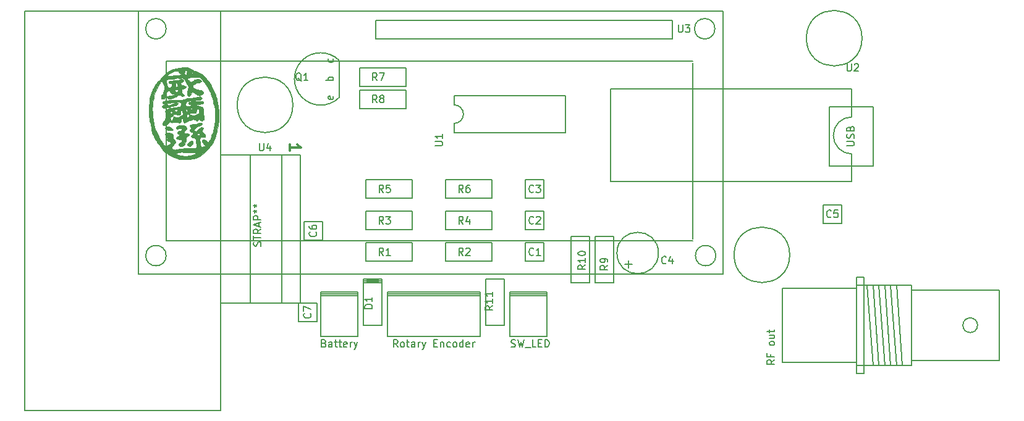
<source format=gto>
G04 #@! TF.FileFunction,Legend,Top*
%FSLAX46Y46*%
G04 Gerber Fmt 4.6, Leading zero omitted, Abs format (unit mm)*
G04 Created by KiCad (PCBNEW 4.0.7) date Thursday, 29 March 2018 'PMt' 03:09:51 PM*
%MOMM*%
%LPD*%
G01*
G04 APERTURE LIST*
%ADD10C,0.100000*%
%ADD11C,0.300000*%
%ADD12C,0.150000*%
%ADD13C,0.010000*%
G04 APERTURE END LIST*
D10*
D11*
X142069429Y-90598572D02*
X142069429Y-89741429D01*
X142069429Y-90170001D02*
X143569429Y-90170001D01*
X143355143Y-90027144D01*
X143212286Y-89884286D01*
X143140857Y-89741429D01*
D12*
X174371000Y-105791000D02*
X176911000Y-105791000D01*
X174371000Y-105791000D02*
X174371000Y-103251000D01*
X176911000Y-105791000D02*
X174371000Y-105791000D01*
X176911000Y-103251000D02*
X176911000Y-105791000D01*
X174371000Y-103251000D02*
X176911000Y-103251000D01*
X174371000Y-101473000D02*
X176911000Y-101473000D01*
X174371000Y-101473000D02*
X174371000Y-98933000D01*
X176911000Y-101473000D02*
X174371000Y-101473000D01*
X176911000Y-98933000D02*
X176911000Y-101473000D01*
X174371000Y-98933000D02*
X176911000Y-98933000D01*
X174371000Y-97155000D02*
X176911000Y-97155000D01*
X174371000Y-97155000D02*
X174371000Y-94615000D01*
X176911000Y-97155000D02*
X174371000Y-97155000D01*
X176911000Y-94615000D02*
X176911000Y-97155000D01*
X174371000Y-94615000D02*
X176911000Y-94615000D01*
X217678000Y-98044000D02*
X215138000Y-98044000D01*
X217678000Y-98044000D02*
X217678000Y-100584000D01*
X215138000Y-98044000D02*
X217678000Y-98044000D01*
X215138000Y-100584000D02*
X215138000Y-98044000D01*
X217678000Y-100584000D02*
X215138000Y-100584000D01*
X144018000Y-100330000D02*
X144018000Y-102870000D01*
X144018000Y-100330000D02*
X146558000Y-100330000D01*
X144018000Y-102870000D02*
X144018000Y-100330000D01*
X146558000Y-102870000D02*
X144018000Y-102870000D01*
X146558000Y-100330000D02*
X146558000Y-102870000D01*
X143256000Y-111506000D02*
X143256000Y-114046000D01*
X143256000Y-111506000D02*
X145796000Y-111506000D01*
X143256000Y-114046000D02*
X143256000Y-111506000D01*
X145796000Y-114046000D02*
X143256000Y-114046000D01*
X145796000Y-111506000D02*
X145796000Y-114046000D01*
X152146000Y-108712000D02*
X154686000Y-108458000D01*
X154686000Y-108458000D02*
X152146000Y-108712000D01*
X152146000Y-108712000D02*
X154686000Y-108712000D01*
X154686000Y-108712000D02*
X152146000Y-108458000D01*
X154686000Y-108712000D02*
X152146000Y-108712000D01*
X154686000Y-108204000D02*
X152146000Y-108458000D01*
X154686000Y-108204000D02*
X152146000Y-108458000D01*
X152146000Y-108458000D02*
X154686000Y-108458000D01*
X154686000Y-108458000D02*
X152146000Y-108204000D01*
X154686000Y-108458000D02*
X152146000Y-108458000D01*
X152146000Y-108458000D02*
X154432000Y-108458000D01*
X152146000Y-108204000D02*
X152146000Y-114554000D01*
X154686000Y-108204000D02*
X154686000Y-114554000D01*
X154686000Y-114554000D02*
X152146000Y-114554000D01*
X152146000Y-108204000D02*
X154686000Y-108204000D01*
X219710000Y-107950000D02*
X220726000Y-107950000D01*
X220726000Y-107950000D02*
X220726000Y-121158000D01*
X220726000Y-121158000D02*
X219710000Y-121158000D01*
X219710000Y-107950000D02*
X219710000Y-121158000D01*
X209550000Y-109474000D02*
X209550000Y-119634000D01*
X219710000Y-109474000D02*
X209550000Y-109474000D01*
X219710000Y-119634000D02*
X209550000Y-119634000D01*
X224398840Y-109054900D02*
X225198940Y-120053100D01*
X223598740Y-109054900D02*
X224398840Y-120053100D01*
X222798640Y-109054900D02*
X223598740Y-120053100D01*
X221998540Y-109054900D02*
X222798640Y-120053100D01*
X221198440Y-109054900D02*
X221998540Y-120053100D01*
X225224340Y-109054900D02*
X226024440Y-120053100D01*
X236298740Y-114554000D02*
G75*
G03X236298740Y-114554000I-1000760J0D01*
G01*
X227296980Y-119354600D02*
X239298480Y-119354600D01*
X239298480Y-119354600D02*
X239298480Y-109753400D01*
X239298480Y-109753400D02*
X227296980Y-109753400D01*
X219798900Y-120053100D02*
X227296980Y-120053100D01*
X227296980Y-120053100D02*
X227296980Y-109054900D01*
X227296980Y-109054900D02*
X219798900Y-109054900D01*
X219710000Y-109474000D02*
X219710000Y-119634000D01*
X148844000Y-78232000D02*
X148844000Y-83312000D01*
X143764000Y-83312000D02*
G75*
G03X148844000Y-83312000I2540000J2540000D01*
G01*
X143764000Y-78232000D02*
G75*
G03X143764000Y-83312000I2540000J-2540000D01*
G01*
X148844000Y-78232000D02*
G75*
G03X143764000Y-78232000I-2540000J-2540000D01*
G01*
X152527000Y-105791000D02*
X158877000Y-105791000D01*
X152527000Y-103251000D02*
X158877000Y-103251000D01*
X158877000Y-103251000D02*
X158877000Y-105791000D01*
X152527000Y-105791000D02*
X152527000Y-103251000D01*
X163449000Y-105791000D02*
X169799000Y-105791000D01*
X163449000Y-103251000D02*
X169799000Y-103251000D01*
X169799000Y-103251000D02*
X169799000Y-105791000D01*
X163449000Y-105791000D02*
X163449000Y-103251000D01*
X152527000Y-101473000D02*
X158877000Y-101473000D01*
X152527000Y-98933000D02*
X158877000Y-98933000D01*
X158877000Y-98933000D02*
X158877000Y-101473000D01*
X152527000Y-101473000D02*
X152527000Y-98933000D01*
X163449000Y-101473000D02*
X169799000Y-101473000D01*
X163449000Y-98933000D02*
X169799000Y-98933000D01*
X169799000Y-98933000D02*
X169799000Y-101473000D01*
X163449000Y-101473000D02*
X163449000Y-98933000D01*
X152527000Y-97155000D02*
X158877000Y-97155000D01*
X152527000Y-94615000D02*
X158877000Y-94615000D01*
X158877000Y-94615000D02*
X158877000Y-97155000D01*
X152527000Y-97155000D02*
X152527000Y-94615000D01*
X163449000Y-97155000D02*
X169799000Y-97155000D01*
X163449000Y-94615000D02*
X169799000Y-94615000D01*
X169799000Y-94615000D02*
X169799000Y-97155000D01*
X163449000Y-97155000D02*
X163449000Y-94615000D01*
X151638000Y-81788000D02*
X157988000Y-81788000D01*
X151638000Y-79248000D02*
X157988000Y-79248000D01*
X157988000Y-79248000D02*
X157988000Y-81788000D01*
X151638000Y-81788000D02*
X151638000Y-79248000D01*
X151638000Y-84836000D02*
X157988000Y-84836000D01*
X151638000Y-82296000D02*
X157988000Y-82296000D01*
X157988000Y-82296000D02*
X157988000Y-84836000D01*
X151638000Y-84836000D02*
X151638000Y-82296000D01*
X186436000Y-108712000D02*
X186436000Y-102362000D01*
X183896000Y-108712000D02*
X183896000Y-102362000D01*
X183896000Y-102362000D02*
X186436000Y-102362000D01*
X186436000Y-108712000D02*
X183896000Y-108712000D01*
X180594000Y-102362000D02*
X180594000Y-108712000D01*
X183134000Y-102362000D02*
X183134000Y-108712000D01*
X183134000Y-108712000D02*
X180594000Y-108712000D01*
X180594000Y-102362000D02*
X183134000Y-102362000D01*
X168910000Y-108204000D02*
X168910000Y-114554000D01*
X171450000Y-108204000D02*
X171450000Y-114554000D01*
X171450000Y-114554000D02*
X168910000Y-114554000D01*
X168910000Y-108204000D02*
X171450000Y-108204000D01*
X179832000Y-88138000D02*
X179832000Y-83058000D01*
X164592000Y-84328000D02*
X164592000Y-83058000D01*
X164592000Y-88138000D02*
X164592000Y-86868000D01*
X164592000Y-88138000D02*
X179832000Y-88138000D01*
X179832000Y-83058000D02*
X164592000Y-83058000D01*
X164592000Y-86868000D02*
G75*
G03X165862000Y-85598000I0J1270000D01*
G01*
X165862000Y-85598000D02*
G75*
G03X164592000Y-84328000I-1270000J0D01*
G01*
X125133100Y-78333600D02*
X197269100Y-78333600D01*
X125133100Y-102971600D02*
X197269100Y-102971600D01*
X197269100Y-78587600D02*
X197269100Y-102717600D01*
X125133100Y-78333600D02*
X125133100Y-102971600D01*
X200444100Y-105003600D02*
G75*
G03X200444100Y-105003600I-1397000J0D01*
G01*
X125133100Y-105003600D02*
G75*
G03X125133100Y-105003600I-1397000J0D01*
G01*
X125133100Y-73888600D02*
G75*
G03X125133100Y-73888600I-1397000J0D01*
G01*
X200317100Y-73888600D02*
G75*
G03X200317100Y-73888600I-1397000J0D01*
G01*
X121323100Y-71475600D02*
X201460100Y-71475600D01*
X201460100Y-105003600D02*
X201460100Y-71475600D01*
X121323100Y-100685600D02*
X121323100Y-71475600D01*
X122085100Y-71475600D02*
X122974100Y-71475600D01*
X201460100Y-107416600D02*
X201460100Y-107543600D01*
X129959100Y-107543600D02*
X201460100Y-107543600D01*
X201460100Y-105003600D02*
X201460100Y-107416600D01*
X121323100Y-107543600D02*
X121323100Y-100558600D01*
X129451100Y-107543600D02*
X121450100Y-107543600D01*
X121450100Y-107543600D02*
X121323100Y-107543600D01*
X129451100Y-107543600D02*
X129959100Y-107543600D01*
X121323100Y-105130600D02*
X121323100Y-104622600D01*
X194475100Y-75285600D02*
X153835100Y-75285600D01*
X153835100Y-75285600D02*
X153835100Y-72745600D01*
X153835100Y-72745600D02*
X194475100Y-72745600D01*
X194475100Y-72745600D02*
X194475100Y-75285600D01*
X140970000Y-91186000D02*
X132715000Y-91186000D01*
X140970000Y-111506000D02*
X132715000Y-111506000D01*
X143510000Y-111506000D02*
X140970000Y-111506000D01*
X140970000Y-111506000D02*
X140970000Y-91186000D01*
X140970000Y-91186000D02*
X143510000Y-91186000D01*
X143510000Y-91186000D02*
X143510000Y-111506000D01*
X106045000Y-126238000D02*
X105791000Y-126238000D01*
X105791000Y-71501000D02*
X105791000Y-126238000D01*
X132588000Y-71501000D02*
X105791000Y-71501000D01*
X132588000Y-126238000D02*
X105918000Y-126238000D01*
X132588000Y-76962000D02*
X132588000Y-71501000D01*
X132588000Y-126238000D02*
X132588000Y-111252000D01*
X132588000Y-119126000D02*
X132588000Y-76962000D01*
D13*
G36*
X128048145Y-79217019D02*
X128302821Y-79292152D01*
X128532445Y-79393638D01*
X128709891Y-79512893D01*
X128751115Y-79553286D01*
X128842066Y-79621897D01*
X128919041Y-79644875D01*
X128995407Y-79660443D01*
X129123744Y-79700958D01*
X129279956Y-79757134D01*
X129439947Y-79819685D01*
X129579621Y-79879325D01*
X129674882Y-79926769D01*
X129701349Y-79946354D01*
X129748728Y-79983847D01*
X129849556Y-80050482D01*
X129967945Y-80123327D01*
X130110096Y-80221547D01*
X130228659Y-80326881D01*
X130285828Y-80398219D01*
X130370816Y-80502109D01*
X130470045Y-80569421D01*
X130567559Y-80637713D01*
X130648453Y-80743606D01*
X130648899Y-80744465D01*
X130711484Y-80841427D01*
X130814127Y-80976282D01*
X130936533Y-81122613D01*
X130958661Y-81147643D01*
X131163706Y-81398070D01*
X131296249Y-81609604D01*
X131358060Y-81778605D01*
X131401653Y-81879737D01*
X131442749Y-81936418D01*
X131497867Y-82033563D01*
X131510264Y-82096443D01*
X131531703Y-82173485D01*
X131588522Y-82300792D01*
X131669474Y-82453765D01*
X131689816Y-82489124D01*
X131779105Y-82653049D01*
X131850885Y-82805298D01*
X131891631Y-82916776D01*
X131894464Y-82929396D01*
X131927927Y-83056978D01*
X131964344Y-83149567D01*
X132016320Y-83282357D01*
X132065081Y-83457968D01*
X132098476Y-83631479D01*
X132101773Y-83657722D01*
X132120321Y-83777784D01*
X132155615Y-83966149D01*
X132204205Y-84205266D01*
X132262643Y-84477586D01*
X132264671Y-84486807D01*
X132285981Y-84609220D01*
X132290309Y-84693296D01*
X132286532Y-84708667D01*
X132284138Y-84764642D01*
X132295818Y-84883685D01*
X132319111Y-85042236D01*
X132324998Y-85076908D01*
X132350147Y-85298697D01*
X132362698Y-85583871D01*
X132363201Y-85908608D01*
X132352206Y-86249083D01*
X132330263Y-86581473D01*
X132297922Y-86881956D01*
X132280647Y-86997278D01*
X132241332Y-87204232D01*
X132186321Y-87456231D01*
X132123074Y-87722197D01*
X132059049Y-87971055D01*
X132001704Y-88171727D01*
X131989731Y-88209369D01*
X131944423Y-88366221D01*
X131914424Y-88505570D01*
X131907139Y-88573770D01*
X131890945Y-88692597D01*
X131865737Y-88762574D01*
X131805291Y-88884623D01*
X131738062Y-89035556D01*
X131674453Y-89189871D01*
X131624870Y-89322067D01*
X131599714Y-89406640D01*
X131598458Y-89417739D01*
X131572851Y-89472917D01*
X131554361Y-89478556D01*
X131515239Y-89514272D01*
X131510264Y-89544701D01*
X131486453Y-89603385D01*
X131466167Y-89610847D01*
X131430128Y-89647712D01*
X131422069Y-89697490D01*
X131386508Y-89785930D01*
X131333875Y-89831333D01*
X131264110Y-89885133D01*
X131245681Y-89920744D01*
X131233112Y-89960870D01*
X131191152Y-90024004D01*
X131113420Y-90117256D01*
X130993537Y-90247738D01*
X130825121Y-90422560D01*
X130601793Y-90648832D01*
X130506918Y-90744059D01*
X130227539Y-91013924D01*
X129987121Y-91221878D01*
X129772373Y-91377059D01*
X129570001Y-91488603D01*
X129366711Y-91565646D01*
X129275389Y-91590520D01*
X129133132Y-91627346D01*
X128957810Y-91675384D01*
X128864431Y-91701963D01*
X128690119Y-91737227D01*
X128450148Y-91765000D01*
X128166779Y-91784709D01*
X127862275Y-91795780D01*
X127558898Y-91797639D01*
X127278912Y-91789713D01*
X127044579Y-91771430D01*
X126919190Y-91752069D01*
X126720036Y-91700352D01*
X126488935Y-91624221D01*
X126242414Y-91530971D01*
X125997001Y-91427896D01*
X125769223Y-91322291D01*
X125575608Y-91221452D01*
X125432684Y-91132673D01*
X125356977Y-91063250D01*
X125356356Y-91062261D01*
X125296123Y-91009317D01*
X125236716Y-90976911D01*
X126539682Y-90976911D01*
X126542180Y-91044724D01*
X126627866Y-91107049D01*
X126645405Y-91114412D01*
X126768521Y-91167496D01*
X126858007Y-91211288D01*
X127038427Y-91275582D01*
X127287654Y-91316575D01*
X127589295Y-91333760D01*
X127926959Y-91326629D01*
X128284253Y-91294675D01*
X128507431Y-91262344D01*
X128747236Y-91210792D01*
X128936785Y-91146909D01*
X129025272Y-91100151D01*
X129126703Y-91022803D01*
X129169142Y-90964694D01*
X129147063Y-90923081D01*
X129054943Y-90895217D01*
X128887255Y-90878357D01*
X128638476Y-90869755D01*
X128559192Y-90868524D01*
X128287397Y-90862462D01*
X127975545Y-90851555D01*
X127671523Y-90837623D01*
X127519465Y-90828987D01*
X127236059Y-90816087D01*
X127020544Y-90818151D01*
X126853789Y-90835816D01*
X126770326Y-90853865D01*
X126616891Y-90910872D01*
X126539682Y-90976911D01*
X125236716Y-90976911D01*
X125233150Y-90974966D01*
X125066206Y-90880504D01*
X124896252Y-90749919D01*
X124751304Y-90607444D01*
X124660538Y-90479677D01*
X124601246Y-90377838D01*
X124550781Y-90320810D01*
X124539271Y-90316403D01*
X124500634Y-90282173D01*
X124498805Y-90267738D01*
X124472641Y-90212037D01*
X124403537Y-90109670D01*
X124305577Y-89981253D01*
X124289344Y-89961116D01*
X124102636Y-89727648D01*
X123969564Y-89552500D01*
X123884938Y-89428284D01*
X123843568Y-89347610D01*
X123837347Y-89317543D01*
X123813725Y-89255129D01*
X123751198Y-89143103D01*
X123662279Y-89003507D01*
X123642800Y-88974761D01*
X123544660Y-88824400D01*
X123465045Y-88689597D01*
X123419325Y-88596593D01*
X123416529Y-88588482D01*
X123368653Y-88480874D01*
X123296531Y-88361160D01*
X123293412Y-88356702D01*
X123247018Y-88276762D01*
X123208780Y-88173699D01*
X123176060Y-88034082D01*
X123146220Y-87844478D01*
X123116624Y-87591457D01*
X123090163Y-87321598D01*
X123068941Y-87129179D01*
X123045229Y-86971149D01*
X123022345Y-86867118D01*
X123008050Y-86836529D01*
X122955206Y-86786401D01*
X122912806Y-86705850D01*
X122878821Y-86584109D01*
X122851222Y-86410411D01*
X122827981Y-86173990D01*
X122807069Y-85864079D01*
X122799605Y-85730292D01*
X122789629Y-85544041D01*
X122781390Y-85390226D01*
X122776061Y-85290735D01*
X122774805Y-85267271D01*
X122776320Y-85206351D01*
X122782389Y-85073127D01*
X122783204Y-85057280D01*
X123239683Y-85057280D01*
X123245296Y-85376407D01*
X123259184Y-85676009D01*
X123281074Y-85938143D01*
X123310699Y-86144869D01*
X123340207Y-86259458D01*
X123360130Y-86344739D01*
X123378786Y-86471913D01*
X123382038Y-86501993D01*
X123402634Y-86656630D01*
X123433444Y-86835896D01*
X123446014Y-86898868D01*
X123479806Y-87078440D01*
X123508787Y-87263330D01*
X123515801Y-87317546D01*
X123562340Y-87496011D01*
X123648207Y-87672987D01*
X123663717Y-87696627D01*
X123744559Y-87829236D01*
X123803991Y-87953762D01*
X123817644Y-87994945D01*
X123852632Y-88090354D01*
X123886329Y-88136609D01*
X123920176Y-88196417D01*
X123925542Y-88239147D01*
X123949029Y-88337786D01*
X124012602Y-88490166D01*
X124105925Y-88677666D01*
X124218662Y-88881667D01*
X124340479Y-89083549D01*
X124461039Y-89264691D01*
X124570008Y-89406474D01*
X124579571Y-89417433D01*
X124662668Y-89524382D01*
X124712704Y-89614036D01*
X124719292Y-89641556D01*
X124752566Y-89720846D01*
X124835080Y-89821558D01*
X124940872Y-89919041D01*
X125043978Y-89988641D01*
X125104922Y-90007722D01*
X125198334Y-89976607D01*
X125270507Y-89919528D01*
X125355248Y-89852763D01*
X125420657Y-89831043D01*
X125550453Y-89792144D01*
X125656570Y-89695730D01*
X125709764Y-89570595D01*
X125711479Y-89544701D01*
X125701945Y-89464833D01*
X125660472Y-89405679D01*
X125567753Y-89347399D01*
X125476434Y-89303176D01*
X125345384Y-89238809D01*
X125278464Y-89189397D01*
X125258728Y-89135187D01*
X125268368Y-89060641D01*
X125292039Y-88876043D01*
X125268837Y-88738462D01*
X125190348Y-88615551D01*
X125138091Y-88559739D01*
X125048860Y-88464955D01*
X124993177Y-88395120D01*
X124983875Y-88375610D01*
X125013183Y-88327318D01*
X125076688Y-88261692D01*
X125154881Y-88212433D01*
X125267751Y-88186251D01*
X125440196Y-88177771D01*
X125465715Y-88177687D01*
X125644217Y-88183949D01*
X125772401Y-88209149D01*
X125887653Y-88262914D01*
X125950644Y-88302544D01*
X126047209Y-88369205D01*
X126101200Y-88426609D01*
X126118112Y-88498440D01*
X126103441Y-88608384D01*
X126062679Y-88780124D01*
X126062037Y-88782724D01*
X126055364Y-88863276D01*
X126086289Y-88945391D01*
X126166144Y-89053419D01*
X126213705Y-89108637D01*
X126331451Y-89257888D01*
X126387684Y-89382231D01*
X126380254Y-89500229D01*
X126307010Y-89630449D01*
X126165800Y-89791456D01*
X126130403Y-89827778D01*
X126009227Y-89960321D01*
X125917241Y-90078971D01*
X125869384Y-90163768D01*
X125865819Y-90181253D01*
X125906390Y-90297933D01*
X126014181Y-90390256D01*
X126122462Y-90430437D01*
X126226374Y-90454990D01*
X126284743Y-90471119D01*
X126374759Y-90487120D01*
X126493621Y-90477615D01*
X126665928Y-90440199D01*
X126706153Y-90429888D01*
X126896297Y-90388213D01*
X127109638Y-90352625D01*
X127211511Y-90340014D01*
X127399991Y-90320684D01*
X127622391Y-90297784D01*
X127795073Y-90279943D01*
X128018115Y-90267193D01*
X128265516Y-90268345D01*
X128434483Y-90278901D01*
X128691955Y-90293905D01*
X128922728Y-90287021D01*
X129108703Y-90260058D01*
X129231783Y-90214825D01*
X129254823Y-90196893D01*
X129290386Y-90131048D01*
X129295443Y-90020955D01*
X129282210Y-89906269D01*
X129258882Y-89714032D01*
X129241301Y-89508325D01*
X129237810Y-89446409D01*
X129222213Y-89209357D01*
X129194413Y-89046555D01*
X129145032Y-88944103D01*
X129064694Y-88888103D01*
X128944019Y-88864655D01*
X128842382Y-88860329D01*
X128709620Y-88829943D01*
X128605472Y-88771117D01*
X128500854Y-88683973D01*
X128605472Y-88530350D01*
X128677360Y-88435211D01*
X128731988Y-88381112D01*
X128743163Y-88376426D01*
X128757008Y-88351768D01*
X129321143Y-88351768D01*
X129335953Y-88398334D01*
X129369848Y-88434270D01*
X129473534Y-88482686D01*
X129600671Y-88472314D01*
X129713815Y-88408164D01*
X129734603Y-88385478D01*
X129760268Y-88302235D01*
X129718148Y-88237983D01*
X129628081Y-88221726D01*
X129623181Y-88222595D01*
X129530865Y-88237317D01*
X129501244Y-88240459D01*
X129430535Y-88267263D01*
X129375087Y-88301939D01*
X129321143Y-88351768D01*
X128757008Y-88351768D01*
X128765064Y-88337423D01*
X128775965Y-88241966D01*
X128776236Y-88222306D01*
X128769379Y-88122857D01*
X128732098Y-88072975D01*
X128639327Y-88046867D01*
X128599249Y-88040185D01*
X128454951Y-87988927D01*
X128388113Y-87898022D01*
X128401292Y-87774383D01*
X128461885Y-87668808D01*
X128535819Y-87550206D01*
X128544489Y-87458890D01*
X128485614Y-87362264D01*
X128436670Y-87308568D01*
X128363000Y-87224292D01*
X128346857Y-87171284D01*
X128380992Y-87120959D01*
X128387444Y-87114421D01*
X128475639Y-87069727D01*
X128638968Y-87030403D01*
X128826229Y-87003756D01*
X129008155Y-86981581D01*
X129164395Y-86958850D01*
X129267701Y-86939633D01*
X129283354Y-86935461D01*
X129353901Y-86916644D01*
X129371549Y-86915864D01*
X129409453Y-86906904D01*
X129508336Y-86875733D01*
X129632560Y-86833951D01*
X129780368Y-86786255D01*
X129873560Y-86768855D01*
X129939704Y-86780049D01*
X129996362Y-86811501D01*
X130072380Y-86882422D01*
X130099153Y-86943086D01*
X130061212Y-87003030D01*
X129965805Y-87071580D01*
X129840556Y-87134146D01*
X129713088Y-87176139D01*
X129640178Y-87185500D01*
X129542802Y-87216189D01*
X129410469Y-87296116D01*
X129265048Y-87407067D01*
X129128405Y-87530831D01*
X129022406Y-87649197D01*
X128968920Y-87743951D01*
X128968723Y-87744725D01*
X128972354Y-87861521D01*
X129045967Y-87932119D01*
X129180224Y-87948879D01*
X129213602Y-87945088D01*
X129328231Y-87897676D01*
X129472010Y-87781791D01*
X129585793Y-87665847D01*
X129728831Y-87521272D01*
X129842828Y-87438482D01*
X129950481Y-87407838D01*
X130074484Y-87419701D01*
X130132226Y-87433780D01*
X130214301Y-87479784D01*
X130220300Y-87558042D01*
X130150765Y-87675635D01*
X130150756Y-87675647D01*
X130071259Y-87791934D01*
X130040434Y-87886190D01*
X130064144Y-87974850D01*
X130148258Y-88074348D01*
X130298638Y-88201121D01*
X130353535Y-88243833D01*
X130463366Y-88364634D01*
X130522402Y-88504643D01*
X130521362Y-88635931D01*
X130499640Y-88683499D01*
X130448794Y-88719800D01*
X130346446Y-88737682D01*
X130175856Y-88739775D01*
X130146444Y-88738984D01*
X129980137Y-88736905D01*
X129878383Y-88746847D01*
X129817774Y-88774418D01*
X129774905Y-88825223D01*
X129772800Y-88828485D01*
X129709777Y-88967592D01*
X129703944Y-89117879D01*
X129743008Y-89280118D01*
X129776692Y-89418227D01*
X129808150Y-89601501D01*
X129827946Y-89765187D01*
X129856618Y-90073868D01*
X130077104Y-90058183D01*
X130274590Y-90031006D01*
X130402196Y-89984267D01*
X130451603Y-89921143D01*
X130451931Y-89915002D01*
X130425799Y-89860266D01*
X130357146Y-89759685D01*
X130260586Y-89634597D01*
X130256260Y-89629275D01*
X130153232Y-89495212D01*
X130072515Y-89376255D01*
X130032130Y-89299404D01*
X130035275Y-89188088D01*
X130105859Y-89107510D01*
X130203771Y-89082649D01*
X130324741Y-89106882D01*
X130475113Y-89165804D01*
X130616471Y-89241647D01*
X130710400Y-89316639D01*
X130710889Y-89317227D01*
X130801918Y-89388828D01*
X130896701Y-89382297D01*
X131000403Y-89295068D01*
X131118190Y-89124573D01*
X131126275Y-89110858D01*
X131206593Y-88965641D01*
X131265138Y-88844711D01*
X131290224Y-88772395D01*
X131290442Y-88769104D01*
X131312072Y-88655187D01*
X131365035Y-88505539D01*
X131434089Y-88359329D01*
X131477191Y-88289143D01*
X131535920Y-88161299D01*
X131556297Y-88046608D01*
X131572935Y-87915625D01*
X131611410Y-87765083D01*
X131620034Y-87739631D01*
X131654276Y-87624775D01*
X131665293Y-87546965D01*
X131662488Y-87534854D01*
X131665105Y-87477271D01*
X131696520Y-87375973D01*
X131704717Y-87355549D01*
X131739216Y-87236744D01*
X131770950Y-87066291D01*
X131793159Y-86880649D01*
X131793477Y-86876819D01*
X131809773Y-86694581D01*
X131826784Y-86529740D01*
X131840932Y-86416854D01*
X131841405Y-86413799D01*
X131860173Y-86247077D01*
X131863222Y-86066482D01*
X131850424Y-85842768D01*
X131838299Y-85708243D01*
X131822879Y-85494108D01*
X131814321Y-85262243D01*
X131813888Y-85112930D01*
X131806042Y-84870506D01*
X131776419Y-84631688D01*
X131729775Y-84422899D01*
X131670866Y-84270563D01*
X131658556Y-84249993D01*
X131620410Y-84152507D01*
X131622817Y-84086527D01*
X131625913Y-84002962D01*
X131603743Y-83856919D01*
X131561587Y-83668655D01*
X131504726Y-83458429D01*
X131438439Y-83246497D01*
X131368006Y-83053118D01*
X131330167Y-82963672D01*
X131279146Y-82838276D01*
X131249083Y-82740212D01*
X131245681Y-82715512D01*
X131214550Y-82637795D01*
X131179535Y-82599389D01*
X131123546Y-82511142D01*
X131113389Y-82455439D01*
X131088061Y-82370063D01*
X131017845Y-82229159D01*
X130911389Y-82047284D01*
X130777342Y-81838997D01*
X130624354Y-81618853D01*
X130580990Y-81559362D01*
X130476275Y-81411118D01*
X130380441Y-81265316D01*
X130331950Y-81184536D01*
X130261020Y-81081445D01*
X130148235Y-80943296D01*
X130015232Y-80796243D01*
X129983559Y-80763402D01*
X129719028Y-80492867D01*
X129128315Y-80509751D01*
X128901587Y-80518213D01*
X128700789Y-80529372D01*
X128545495Y-80541883D01*
X128455279Y-80554400D01*
X128447457Y-80556551D01*
X128336459Y-80575303D01*
X128223446Y-80576127D01*
X128124998Y-80581633D01*
X128088490Y-80626524D01*
X128086504Y-80645522D01*
X128066095Y-80757198D01*
X128050288Y-80802427D01*
X128043567Y-80866132D01*
X128083443Y-80879597D01*
X128149387Y-80910681D01*
X128242709Y-80989757D01*
X128294281Y-81044222D01*
X128403611Y-81151058D01*
X128495407Y-81193731D01*
X128552408Y-81194211D01*
X128699203Y-81151898D01*
X128832721Y-81075085D01*
X128921145Y-80983753D01*
X128934973Y-80953939D01*
X128985386Y-80892355D01*
X129066099Y-80891008D01*
X129188519Y-80873087D01*
X129244983Y-80829173D01*
X129336778Y-80768703D01*
X129444395Y-80748144D01*
X129530302Y-80772174D01*
X129547937Y-80791403D01*
X129607023Y-80822117D01*
X129712185Y-80835481D01*
X129716321Y-80835500D01*
X129847647Y-80868901D01*
X129932147Y-80954752D01*
X129951409Y-81071530D01*
X129944226Y-81101930D01*
X129885496Y-81164585D01*
X129764312Y-81226549D01*
X129606033Y-81278897D01*
X129436016Y-81312709D01*
X129322876Y-81320569D01*
X129175253Y-81349995D01*
X129032959Y-81427704D01*
X128908438Y-81537848D01*
X128814136Y-81664578D01*
X128762497Y-81792043D01*
X128765965Y-81904394D01*
X128813057Y-81969876D01*
X128967170Y-82071296D01*
X129137844Y-82152344D01*
X129290461Y-82197747D01*
X129340394Y-82202514D01*
X129442702Y-82212393D01*
X129498180Y-82233601D01*
X129559207Y-82255802D01*
X129669528Y-82270491D01*
X129692942Y-82271806D01*
X129880736Y-82301182D01*
X130046037Y-82364925D01*
X130165478Y-82451413D01*
X130212588Y-82530261D01*
X130209630Y-82682791D01*
X130133628Y-82823568D01*
X129999711Y-82938834D01*
X129823007Y-83014833D01*
X129653993Y-83038243D01*
X129530880Y-83013077D01*
X129368575Y-82945140D01*
X129194421Y-82849551D01*
X129035757Y-82741435D01*
X128919924Y-82635911D01*
X128914153Y-82629045D01*
X128826275Y-82569908D01*
X128723010Y-82558627D01*
X128640080Y-82594794D01*
X128616773Y-82632462D01*
X128527198Y-82869944D01*
X128432120Y-83025402D01*
X128325857Y-83105009D01*
X128202727Y-83114934D01*
X128177488Y-83109585D01*
X128105948Y-83074626D01*
X128060280Y-83004900D01*
X128039263Y-82889222D01*
X128041674Y-82716406D01*
X128066293Y-82475266D01*
X128089549Y-82304647D01*
X128167240Y-81765898D01*
X128033891Y-81510161D01*
X127946615Y-81340549D01*
X127861120Y-81170822D01*
X127812883Y-81072675D01*
X127705020Y-80892134D01*
X127580661Y-80751383D01*
X127456973Y-80667711D01*
X127395474Y-80652286D01*
X127293744Y-80654661D01*
X127150187Y-80666950D01*
X127087799Y-80674355D01*
X126921216Y-80681462D01*
X126805655Y-80656799D01*
X126795784Y-80651327D01*
X126723679Y-80627163D01*
X126623375Y-80640153D01*
X126499846Y-80680908D01*
X126335782Y-80725216D01*
X126132441Y-80757292D01*
X125976062Y-80768609D01*
X125665827Y-80786239D01*
X125431352Y-80823186D01*
X125261882Y-80881651D01*
X125183611Y-80930552D01*
X125102221Y-81011042D01*
X125078272Y-81095218D01*
X125110213Y-81208190D01*
X125160264Y-81309052D01*
X125217720Y-81449774D01*
X125247361Y-81587871D01*
X125248458Y-81611626D01*
X125282651Y-81760987D01*
X125369565Y-81899665D01*
X125485709Y-81992998D01*
X125514860Y-82004653D01*
X125632158Y-82000938D01*
X125758987Y-81937954D01*
X125867112Y-81836131D01*
X125928296Y-81715900D01*
X125930729Y-81703749D01*
X125933096Y-81680523D01*
X126404986Y-81680523D01*
X126411858Y-81790032D01*
X126419699Y-81818729D01*
X126451631Y-81876993D01*
X126501581Y-81887950D01*
X126596053Y-81854114D01*
X126630258Y-81838712D01*
X126715280Y-81781762D01*
X126727798Y-81710905D01*
X126723683Y-81695396D01*
X126692099Y-81580274D01*
X126672140Y-81496958D01*
X126618643Y-81356023D01*
X126540625Y-81283335D01*
X126504911Y-81276472D01*
X126469701Y-81315858D01*
X126438349Y-81415171D01*
X126415297Y-81546148D01*
X126404986Y-81680523D01*
X125933096Y-81680523D01*
X125947572Y-81538496D01*
X125923869Y-81439935D01*
X125851699Y-81392824D01*
X125763644Y-81382154D01*
X125630795Y-81360558D01*
X125524287Y-81312665D01*
X125471852Y-81252103D01*
X125470347Y-81238000D01*
X125513963Y-81145249D01*
X125613764Y-81073836D01*
X125737751Y-81046460D01*
X125740283Y-81046518D01*
X125864433Y-81037258D01*
X125956282Y-81010675D01*
X126068547Y-80972057D01*
X126231110Y-80939824D01*
X126408631Y-80918448D01*
X126565770Y-80912402D01*
X126655291Y-80922201D01*
X126802733Y-80922402D01*
X126960882Y-80872486D01*
X127170774Y-80803443D01*
X127324787Y-80799401D01*
X127426845Y-80860542D01*
X127449797Y-80895065D01*
X127498389Y-81043921D01*
X127466813Y-81156642D01*
X127355945Y-81231172D01*
X127298979Y-81247763D01*
X127184784Y-81276307D01*
X127114044Y-81298483D01*
X127105793Y-81302787D01*
X127111853Y-81347714D01*
X127147930Y-81440786D01*
X127160584Y-81468276D01*
X127220684Y-81567554D01*
X127300439Y-81620158D01*
X127429040Y-81648659D01*
X127575399Y-81685491D01*
X127700041Y-81741320D01*
X127726644Y-81759752D01*
X127827380Y-81841323D01*
X127739568Y-81940126D01*
X127642902Y-82021003D01*
X127509974Y-82101076D01*
X127470088Y-82120244D01*
X127362032Y-82175050D01*
X127303443Y-82234965D01*
X127273085Y-82331050D01*
X127258068Y-82430362D01*
X127244758Y-82571805D01*
X127255287Y-82652041D01*
X127293599Y-82695784D01*
X127301122Y-82700245D01*
X127433102Y-82790839D01*
X127541135Y-82894714D01*
X127607270Y-82991639D01*
X127616405Y-83055520D01*
X127555163Y-83106059D01*
X127443069Y-83126929D01*
X127312466Y-83117735D01*
X127195697Y-83078078D01*
X127169283Y-83061007D01*
X127058646Y-83014147D01*
X126914657Y-82997269D01*
X126773411Y-83010020D01*
X126671004Y-83052049D01*
X126656583Y-83066008D01*
X126558583Y-83145502D01*
X126397956Y-83235750D01*
X126197957Y-83327435D01*
X125981840Y-83411243D01*
X125772858Y-83477857D01*
X125594267Y-83517963D01*
X125509727Y-83525430D01*
X125376499Y-83486038D01*
X125281337Y-83384580D01*
X125248458Y-83257889D01*
X125250119Y-83204395D01*
X125264577Y-83166422D01*
X125306047Y-83138836D01*
X125388743Y-83116504D01*
X125526880Y-83094292D01*
X125734671Y-83067066D01*
X125799674Y-83058810D01*
X125953303Y-83028391D01*
X126086760Y-82983876D01*
X126128191Y-82962644D01*
X126236223Y-82894488D01*
X126128191Y-82851611D01*
X126001100Y-82814687D01*
X125916169Y-82801616D01*
X125797737Y-82753767D01*
X125714813Y-82646225D01*
X125689430Y-82529533D01*
X125656047Y-82435713D01*
X125552534Y-82387393D01*
X125446525Y-82378903D01*
X125352436Y-82418521D01*
X125257267Y-82521643D01*
X125173779Y-82664674D01*
X125114733Y-82824016D01*
X125092891Y-82976072D01*
X125096773Y-83025628D01*
X125105145Y-83150112D01*
X125070188Y-83236742D01*
X125009693Y-83301607D01*
X124933165Y-83386598D01*
X124896280Y-83453565D01*
X124895681Y-83459339D01*
X124857302Y-83484368D01*
X124763369Y-83497263D01*
X124645684Y-83498005D01*
X124536050Y-83486578D01*
X124466271Y-83462964D01*
X124462352Y-83459579D01*
X124444822Y-83401559D01*
X124435260Y-83291160D01*
X124434664Y-83253868D01*
X124446603Y-83130660D01*
X124494845Y-83033838D01*
X124598028Y-82926133D01*
X124599026Y-82925218D01*
X124712312Y-82800789D01*
X124759671Y-82687716D01*
X124763389Y-82640703D01*
X124784546Y-82504072D01*
X124833329Y-82371566D01*
X124838993Y-82356352D01*
X126350889Y-82356352D01*
X126384420Y-82463336D01*
X126465602Y-82541329D01*
X126565320Y-82568638D01*
X126616894Y-82554531D01*
X126681455Y-82483362D01*
X126716927Y-82391263D01*
X126721459Y-82274177D01*
X126670135Y-82217500D01*
X126553736Y-82213703D01*
X126508523Y-82221035D01*
X126400423Y-82252566D01*
X126356472Y-82305316D01*
X126350889Y-82356352D01*
X124838993Y-82356352D01*
X124900320Y-82191636D01*
X124915783Y-81996453D01*
X124879464Y-81765304D01*
X124823549Y-81572394D01*
X124739340Y-81350471D01*
X124658237Y-81210238D01*
X124605190Y-81159646D01*
X124482386Y-81114151D01*
X124384620Y-81146088D01*
X124336285Y-81220350D01*
X124297767Y-81299191D01*
X124227938Y-81420758D01*
X124167079Y-81519007D01*
X124052498Y-81714962D01*
X123926090Y-81957898D01*
X123806025Y-82211857D01*
X123743651Y-82356854D01*
X123646223Y-82603657D01*
X123565959Y-82831725D01*
X123496862Y-83062774D01*
X123432937Y-83318522D01*
X123368188Y-83620684D01*
X123305367Y-83944354D01*
X123275185Y-84162165D01*
X123254357Y-84432217D01*
X123242613Y-84736570D01*
X123239683Y-85057280D01*
X122783204Y-85057280D01*
X122792159Y-84883326D01*
X122804778Y-84652674D01*
X122819392Y-84396895D01*
X122835151Y-84131715D01*
X122845314Y-83966403D01*
X122889230Y-83514123D01*
X122964869Y-83115578D01*
X123079661Y-82739720D01*
X123219940Y-82400951D01*
X123281544Y-82266851D01*
X123361488Y-82093017D01*
X123432867Y-81937931D01*
X123511227Y-81783593D01*
X123589620Y-81654858D01*
X123650877Y-81579804D01*
X123719682Y-81506326D01*
X123813676Y-81385727D01*
X123901657Y-81260099D01*
X123993326Y-81134468D01*
X124074274Y-81045193D01*
X124126208Y-81011889D01*
X124191612Y-80978717D01*
X124265058Y-80898932D01*
X124265236Y-80898677D01*
X124357533Y-80781916D01*
X124508385Y-80610591D01*
X124712331Y-80390798D01*
X124748831Y-80352507D01*
X125206308Y-80352507D01*
X125215191Y-80390792D01*
X125237434Y-80394193D01*
X125293658Y-80388987D01*
X125414957Y-80375394D01*
X125578893Y-80355964D01*
X125645333Y-80347870D01*
X125880144Y-80322339D01*
X126139275Y-80299153D01*
X126367651Y-80283226D01*
X126372937Y-80282940D01*
X126680714Y-80263190D01*
X126921109Y-80240907D01*
X127088238Y-80216846D01*
X127176213Y-80191763D01*
X127188736Y-80178158D01*
X127158672Y-80130324D01*
X127083551Y-80051670D01*
X127052945Y-80023532D01*
X126995698Y-79959791D01*
X127639012Y-79959791D01*
X127641248Y-80076205D01*
X127649186Y-80117096D01*
X127705952Y-80160943D01*
X127800919Y-80172171D01*
X127890013Y-80149931D01*
X127921053Y-80122318D01*
X127949565Y-80047109D01*
X127978844Y-79928063D01*
X127983649Y-79903099D01*
X127984688Y-79890690D01*
X128612536Y-79890690D01*
X128614043Y-79970613D01*
X128616562Y-79977606D01*
X128652871Y-80026368D01*
X128708750Y-79998765D01*
X128748663Y-79940957D01*
X128719253Y-79887242D01*
X128655778Y-79855708D01*
X128612536Y-79890690D01*
X127984688Y-79890690D01*
X127994458Y-79774017D01*
X127963278Y-79694873D01*
X127943260Y-79674893D01*
X127830612Y-79601884D01*
X127736711Y-79582307D01*
X127690808Y-79608943D01*
X127666896Y-79688263D01*
X127648596Y-79817845D01*
X127639012Y-79959791D01*
X126995698Y-79959791D01*
X126952110Y-79911260D01*
X126879172Y-79791077D01*
X126871697Y-79772145D01*
X126826241Y-79641748D01*
X126517142Y-79663301D01*
X126321147Y-79686965D01*
X126182078Y-79724568D01*
X126132678Y-79753059D01*
X126044254Y-79807996D01*
X125989561Y-79821264D01*
X125908960Y-79847081D01*
X125810036Y-79909186D01*
X125809689Y-79909458D01*
X125711213Y-79971619D01*
X125631318Y-79997652D01*
X125631028Y-79997653D01*
X125562909Y-80016298D01*
X125549789Y-80030726D01*
X125508307Y-80074864D01*
X125420205Y-80148577D01*
X125369726Y-80187310D01*
X125260270Y-80280849D01*
X125206308Y-80352507D01*
X124748831Y-80352507D01*
X124845345Y-80251261D01*
X124928608Y-80172826D01*
X124987609Y-80131756D01*
X124994899Y-80129994D01*
X125025431Y-80094748D01*
X125027972Y-80072860D01*
X125063639Y-80009338D01*
X125155596Y-79922453D01*
X125281283Y-79828346D01*
X125418138Y-79743155D01*
X125543597Y-79683021D01*
X125594702Y-79667457D01*
X125724067Y-79620384D01*
X125826212Y-79552191D01*
X125917240Y-79488224D01*
X125987087Y-79467844D01*
X126075557Y-79453377D01*
X126203513Y-79417965D01*
X126248265Y-79403089D01*
X126412268Y-79356761D01*
X126632337Y-79309129D01*
X126876642Y-79266179D01*
X127113356Y-79233896D01*
X127188736Y-79226206D01*
X127327011Y-79211403D01*
X127498121Y-79190172D01*
X127572136Y-79180151D01*
X127795541Y-79176824D01*
X128048145Y-79217019D01*
X128048145Y-79217019D01*
G37*
X128048145Y-79217019D02*
X128302821Y-79292152D01*
X128532445Y-79393638D01*
X128709891Y-79512893D01*
X128751115Y-79553286D01*
X128842066Y-79621897D01*
X128919041Y-79644875D01*
X128995407Y-79660443D01*
X129123744Y-79700958D01*
X129279956Y-79757134D01*
X129439947Y-79819685D01*
X129579621Y-79879325D01*
X129674882Y-79926769D01*
X129701349Y-79946354D01*
X129748728Y-79983847D01*
X129849556Y-80050482D01*
X129967945Y-80123327D01*
X130110096Y-80221547D01*
X130228659Y-80326881D01*
X130285828Y-80398219D01*
X130370816Y-80502109D01*
X130470045Y-80569421D01*
X130567559Y-80637713D01*
X130648453Y-80743606D01*
X130648899Y-80744465D01*
X130711484Y-80841427D01*
X130814127Y-80976282D01*
X130936533Y-81122613D01*
X130958661Y-81147643D01*
X131163706Y-81398070D01*
X131296249Y-81609604D01*
X131358060Y-81778605D01*
X131401653Y-81879737D01*
X131442749Y-81936418D01*
X131497867Y-82033563D01*
X131510264Y-82096443D01*
X131531703Y-82173485D01*
X131588522Y-82300792D01*
X131669474Y-82453765D01*
X131689816Y-82489124D01*
X131779105Y-82653049D01*
X131850885Y-82805298D01*
X131891631Y-82916776D01*
X131894464Y-82929396D01*
X131927927Y-83056978D01*
X131964344Y-83149567D01*
X132016320Y-83282357D01*
X132065081Y-83457968D01*
X132098476Y-83631479D01*
X132101773Y-83657722D01*
X132120321Y-83777784D01*
X132155615Y-83966149D01*
X132204205Y-84205266D01*
X132262643Y-84477586D01*
X132264671Y-84486807D01*
X132285981Y-84609220D01*
X132290309Y-84693296D01*
X132286532Y-84708667D01*
X132284138Y-84764642D01*
X132295818Y-84883685D01*
X132319111Y-85042236D01*
X132324998Y-85076908D01*
X132350147Y-85298697D01*
X132362698Y-85583871D01*
X132363201Y-85908608D01*
X132352206Y-86249083D01*
X132330263Y-86581473D01*
X132297922Y-86881956D01*
X132280647Y-86997278D01*
X132241332Y-87204232D01*
X132186321Y-87456231D01*
X132123074Y-87722197D01*
X132059049Y-87971055D01*
X132001704Y-88171727D01*
X131989731Y-88209369D01*
X131944423Y-88366221D01*
X131914424Y-88505570D01*
X131907139Y-88573770D01*
X131890945Y-88692597D01*
X131865737Y-88762574D01*
X131805291Y-88884623D01*
X131738062Y-89035556D01*
X131674453Y-89189871D01*
X131624870Y-89322067D01*
X131599714Y-89406640D01*
X131598458Y-89417739D01*
X131572851Y-89472917D01*
X131554361Y-89478556D01*
X131515239Y-89514272D01*
X131510264Y-89544701D01*
X131486453Y-89603385D01*
X131466167Y-89610847D01*
X131430128Y-89647712D01*
X131422069Y-89697490D01*
X131386508Y-89785930D01*
X131333875Y-89831333D01*
X131264110Y-89885133D01*
X131245681Y-89920744D01*
X131233112Y-89960870D01*
X131191152Y-90024004D01*
X131113420Y-90117256D01*
X130993537Y-90247738D01*
X130825121Y-90422560D01*
X130601793Y-90648832D01*
X130506918Y-90744059D01*
X130227539Y-91013924D01*
X129987121Y-91221878D01*
X129772373Y-91377059D01*
X129570001Y-91488603D01*
X129366711Y-91565646D01*
X129275389Y-91590520D01*
X129133132Y-91627346D01*
X128957810Y-91675384D01*
X128864431Y-91701963D01*
X128690119Y-91737227D01*
X128450148Y-91765000D01*
X128166779Y-91784709D01*
X127862275Y-91795780D01*
X127558898Y-91797639D01*
X127278912Y-91789713D01*
X127044579Y-91771430D01*
X126919190Y-91752069D01*
X126720036Y-91700352D01*
X126488935Y-91624221D01*
X126242414Y-91530971D01*
X125997001Y-91427896D01*
X125769223Y-91322291D01*
X125575608Y-91221452D01*
X125432684Y-91132673D01*
X125356977Y-91063250D01*
X125356356Y-91062261D01*
X125296123Y-91009317D01*
X125236716Y-90976911D01*
X126539682Y-90976911D01*
X126542180Y-91044724D01*
X126627866Y-91107049D01*
X126645405Y-91114412D01*
X126768521Y-91167496D01*
X126858007Y-91211288D01*
X127038427Y-91275582D01*
X127287654Y-91316575D01*
X127589295Y-91333760D01*
X127926959Y-91326629D01*
X128284253Y-91294675D01*
X128507431Y-91262344D01*
X128747236Y-91210792D01*
X128936785Y-91146909D01*
X129025272Y-91100151D01*
X129126703Y-91022803D01*
X129169142Y-90964694D01*
X129147063Y-90923081D01*
X129054943Y-90895217D01*
X128887255Y-90878357D01*
X128638476Y-90869755D01*
X128559192Y-90868524D01*
X128287397Y-90862462D01*
X127975545Y-90851555D01*
X127671523Y-90837623D01*
X127519465Y-90828987D01*
X127236059Y-90816087D01*
X127020544Y-90818151D01*
X126853789Y-90835816D01*
X126770326Y-90853865D01*
X126616891Y-90910872D01*
X126539682Y-90976911D01*
X125236716Y-90976911D01*
X125233150Y-90974966D01*
X125066206Y-90880504D01*
X124896252Y-90749919D01*
X124751304Y-90607444D01*
X124660538Y-90479677D01*
X124601246Y-90377838D01*
X124550781Y-90320810D01*
X124539271Y-90316403D01*
X124500634Y-90282173D01*
X124498805Y-90267738D01*
X124472641Y-90212037D01*
X124403537Y-90109670D01*
X124305577Y-89981253D01*
X124289344Y-89961116D01*
X124102636Y-89727648D01*
X123969564Y-89552500D01*
X123884938Y-89428284D01*
X123843568Y-89347610D01*
X123837347Y-89317543D01*
X123813725Y-89255129D01*
X123751198Y-89143103D01*
X123662279Y-89003507D01*
X123642800Y-88974761D01*
X123544660Y-88824400D01*
X123465045Y-88689597D01*
X123419325Y-88596593D01*
X123416529Y-88588482D01*
X123368653Y-88480874D01*
X123296531Y-88361160D01*
X123293412Y-88356702D01*
X123247018Y-88276762D01*
X123208780Y-88173699D01*
X123176060Y-88034082D01*
X123146220Y-87844478D01*
X123116624Y-87591457D01*
X123090163Y-87321598D01*
X123068941Y-87129179D01*
X123045229Y-86971149D01*
X123022345Y-86867118D01*
X123008050Y-86836529D01*
X122955206Y-86786401D01*
X122912806Y-86705850D01*
X122878821Y-86584109D01*
X122851222Y-86410411D01*
X122827981Y-86173990D01*
X122807069Y-85864079D01*
X122799605Y-85730292D01*
X122789629Y-85544041D01*
X122781390Y-85390226D01*
X122776061Y-85290735D01*
X122774805Y-85267271D01*
X122776320Y-85206351D01*
X122782389Y-85073127D01*
X122783204Y-85057280D01*
X123239683Y-85057280D01*
X123245296Y-85376407D01*
X123259184Y-85676009D01*
X123281074Y-85938143D01*
X123310699Y-86144869D01*
X123340207Y-86259458D01*
X123360130Y-86344739D01*
X123378786Y-86471913D01*
X123382038Y-86501993D01*
X123402634Y-86656630D01*
X123433444Y-86835896D01*
X123446014Y-86898868D01*
X123479806Y-87078440D01*
X123508787Y-87263330D01*
X123515801Y-87317546D01*
X123562340Y-87496011D01*
X123648207Y-87672987D01*
X123663717Y-87696627D01*
X123744559Y-87829236D01*
X123803991Y-87953762D01*
X123817644Y-87994945D01*
X123852632Y-88090354D01*
X123886329Y-88136609D01*
X123920176Y-88196417D01*
X123925542Y-88239147D01*
X123949029Y-88337786D01*
X124012602Y-88490166D01*
X124105925Y-88677666D01*
X124218662Y-88881667D01*
X124340479Y-89083549D01*
X124461039Y-89264691D01*
X124570008Y-89406474D01*
X124579571Y-89417433D01*
X124662668Y-89524382D01*
X124712704Y-89614036D01*
X124719292Y-89641556D01*
X124752566Y-89720846D01*
X124835080Y-89821558D01*
X124940872Y-89919041D01*
X125043978Y-89988641D01*
X125104922Y-90007722D01*
X125198334Y-89976607D01*
X125270507Y-89919528D01*
X125355248Y-89852763D01*
X125420657Y-89831043D01*
X125550453Y-89792144D01*
X125656570Y-89695730D01*
X125709764Y-89570595D01*
X125711479Y-89544701D01*
X125701945Y-89464833D01*
X125660472Y-89405679D01*
X125567753Y-89347399D01*
X125476434Y-89303176D01*
X125345384Y-89238809D01*
X125278464Y-89189397D01*
X125258728Y-89135187D01*
X125268368Y-89060641D01*
X125292039Y-88876043D01*
X125268837Y-88738462D01*
X125190348Y-88615551D01*
X125138091Y-88559739D01*
X125048860Y-88464955D01*
X124993177Y-88395120D01*
X124983875Y-88375610D01*
X125013183Y-88327318D01*
X125076688Y-88261692D01*
X125154881Y-88212433D01*
X125267751Y-88186251D01*
X125440196Y-88177771D01*
X125465715Y-88177687D01*
X125644217Y-88183949D01*
X125772401Y-88209149D01*
X125887653Y-88262914D01*
X125950644Y-88302544D01*
X126047209Y-88369205D01*
X126101200Y-88426609D01*
X126118112Y-88498440D01*
X126103441Y-88608384D01*
X126062679Y-88780124D01*
X126062037Y-88782724D01*
X126055364Y-88863276D01*
X126086289Y-88945391D01*
X126166144Y-89053419D01*
X126213705Y-89108637D01*
X126331451Y-89257888D01*
X126387684Y-89382231D01*
X126380254Y-89500229D01*
X126307010Y-89630449D01*
X126165800Y-89791456D01*
X126130403Y-89827778D01*
X126009227Y-89960321D01*
X125917241Y-90078971D01*
X125869384Y-90163768D01*
X125865819Y-90181253D01*
X125906390Y-90297933D01*
X126014181Y-90390256D01*
X126122462Y-90430437D01*
X126226374Y-90454990D01*
X126284743Y-90471119D01*
X126374759Y-90487120D01*
X126493621Y-90477615D01*
X126665928Y-90440199D01*
X126706153Y-90429888D01*
X126896297Y-90388213D01*
X127109638Y-90352625D01*
X127211511Y-90340014D01*
X127399991Y-90320684D01*
X127622391Y-90297784D01*
X127795073Y-90279943D01*
X128018115Y-90267193D01*
X128265516Y-90268345D01*
X128434483Y-90278901D01*
X128691955Y-90293905D01*
X128922728Y-90287021D01*
X129108703Y-90260058D01*
X129231783Y-90214825D01*
X129254823Y-90196893D01*
X129290386Y-90131048D01*
X129295443Y-90020955D01*
X129282210Y-89906269D01*
X129258882Y-89714032D01*
X129241301Y-89508325D01*
X129237810Y-89446409D01*
X129222213Y-89209357D01*
X129194413Y-89046555D01*
X129145032Y-88944103D01*
X129064694Y-88888103D01*
X128944019Y-88864655D01*
X128842382Y-88860329D01*
X128709620Y-88829943D01*
X128605472Y-88771117D01*
X128500854Y-88683973D01*
X128605472Y-88530350D01*
X128677360Y-88435211D01*
X128731988Y-88381112D01*
X128743163Y-88376426D01*
X128757008Y-88351768D01*
X129321143Y-88351768D01*
X129335953Y-88398334D01*
X129369848Y-88434270D01*
X129473534Y-88482686D01*
X129600671Y-88472314D01*
X129713815Y-88408164D01*
X129734603Y-88385478D01*
X129760268Y-88302235D01*
X129718148Y-88237983D01*
X129628081Y-88221726D01*
X129623181Y-88222595D01*
X129530865Y-88237317D01*
X129501244Y-88240459D01*
X129430535Y-88267263D01*
X129375087Y-88301939D01*
X129321143Y-88351768D01*
X128757008Y-88351768D01*
X128765064Y-88337423D01*
X128775965Y-88241966D01*
X128776236Y-88222306D01*
X128769379Y-88122857D01*
X128732098Y-88072975D01*
X128639327Y-88046867D01*
X128599249Y-88040185D01*
X128454951Y-87988927D01*
X128388113Y-87898022D01*
X128401292Y-87774383D01*
X128461885Y-87668808D01*
X128535819Y-87550206D01*
X128544489Y-87458890D01*
X128485614Y-87362264D01*
X128436670Y-87308568D01*
X128363000Y-87224292D01*
X128346857Y-87171284D01*
X128380992Y-87120959D01*
X128387444Y-87114421D01*
X128475639Y-87069727D01*
X128638968Y-87030403D01*
X128826229Y-87003756D01*
X129008155Y-86981581D01*
X129164395Y-86958850D01*
X129267701Y-86939633D01*
X129283354Y-86935461D01*
X129353901Y-86916644D01*
X129371549Y-86915864D01*
X129409453Y-86906904D01*
X129508336Y-86875733D01*
X129632560Y-86833951D01*
X129780368Y-86786255D01*
X129873560Y-86768855D01*
X129939704Y-86780049D01*
X129996362Y-86811501D01*
X130072380Y-86882422D01*
X130099153Y-86943086D01*
X130061212Y-87003030D01*
X129965805Y-87071580D01*
X129840556Y-87134146D01*
X129713088Y-87176139D01*
X129640178Y-87185500D01*
X129542802Y-87216189D01*
X129410469Y-87296116D01*
X129265048Y-87407067D01*
X129128405Y-87530831D01*
X129022406Y-87649197D01*
X128968920Y-87743951D01*
X128968723Y-87744725D01*
X128972354Y-87861521D01*
X129045967Y-87932119D01*
X129180224Y-87948879D01*
X129213602Y-87945088D01*
X129328231Y-87897676D01*
X129472010Y-87781791D01*
X129585793Y-87665847D01*
X129728831Y-87521272D01*
X129842828Y-87438482D01*
X129950481Y-87407838D01*
X130074484Y-87419701D01*
X130132226Y-87433780D01*
X130214301Y-87479784D01*
X130220300Y-87558042D01*
X130150765Y-87675635D01*
X130150756Y-87675647D01*
X130071259Y-87791934D01*
X130040434Y-87886190D01*
X130064144Y-87974850D01*
X130148258Y-88074348D01*
X130298638Y-88201121D01*
X130353535Y-88243833D01*
X130463366Y-88364634D01*
X130522402Y-88504643D01*
X130521362Y-88635931D01*
X130499640Y-88683499D01*
X130448794Y-88719800D01*
X130346446Y-88737682D01*
X130175856Y-88739775D01*
X130146444Y-88738984D01*
X129980137Y-88736905D01*
X129878383Y-88746847D01*
X129817774Y-88774418D01*
X129774905Y-88825223D01*
X129772800Y-88828485D01*
X129709777Y-88967592D01*
X129703944Y-89117879D01*
X129743008Y-89280118D01*
X129776692Y-89418227D01*
X129808150Y-89601501D01*
X129827946Y-89765187D01*
X129856618Y-90073868D01*
X130077104Y-90058183D01*
X130274590Y-90031006D01*
X130402196Y-89984267D01*
X130451603Y-89921143D01*
X130451931Y-89915002D01*
X130425799Y-89860266D01*
X130357146Y-89759685D01*
X130260586Y-89634597D01*
X130256260Y-89629275D01*
X130153232Y-89495212D01*
X130072515Y-89376255D01*
X130032130Y-89299404D01*
X130035275Y-89188088D01*
X130105859Y-89107510D01*
X130203771Y-89082649D01*
X130324741Y-89106882D01*
X130475113Y-89165804D01*
X130616471Y-89241647D01*
X130710400Y-89316639D01*
X130710889Y-89317227D01*
X130801918Y-89388828D01*
X130896701Y-89382297D01*
X131000403Y-89295068D01*
X131118190Y-89124573D01*
X131126275Y-89110858D01*
X131206593Y-88965641D01*
X131265138Y-88844711D01*
X131290224Y-88772395D01*
X131290442Y-88769104D01*
X131312072Y-88655187D01*
X131365035Y-88505539D01*
X131434089Y-88359329D01*
X131477191Y-88289143D01*
X131535920Y-88161299D01*
X131556297Y-88046608D01*
X131572935Y-87915625D01*
X131611410Y-87765083D01*
X131620034Y-87739631D01*
X131654276Y-87624775D01*
X131665293Y-87546965D01*
X131662488Y-87534854D01*
X131665105Y-87477271D01*
X131696520Y-87375973D01*
X131704717Y-87355549D01*
X131739216Y-87236744D01*
X131770950Y-87066291D01*
X131793159Y-86880649D01*
X131793477Y-86876819D01*
X131809773Y-86694581D01*
X131826784Y-86529740D01*
X131840932Y-86416854D01*
X131841405Y-86413799D01*
X131860173Y-86247077D01*
X131863222Y-86066482D01*
X131850424Y-85842768D01*
X131838299Y-85708243D01*
X131822879Y-85494108D01*
X131814321Y-85262243D01*
X131813888Y-85112930D01*
X131806042Y-84870506D01*
X131776419Y-84631688D01*
X131729775Y-84422899D01*
X131670866Y-84270563D01*
X131658556Y-84249993D01*
X131620410Y-84152507D01*
X131622817Y-84086527D01*
X131625913Y-84002962D01*
X131603743Y-83856919D01*
X131561587Y-83668655D01*
X131504726Y-83458429D01*
X131438439Y-83246497D01*
X131368006Y-83053118D01*
X131330167Y-82963672D01*
X131279146Y-82838276D01*
X131249083Y-82740212D01*
X131245681Y-82715512D01*
X131214550Y-82637795D01*
X131179535Y-82599389D01*
X131123546Y-82511142D01*
X131113389Y-82455439D01*
X131088061Y-82370063D01*
X131017845Y-82229159D01*
X130911389Y-82047284D01*
X130777342Y-81838997D01*
X130624354Y-81618853D01*
X130580990Y-81559362D01*
X130476275Y-81411118D01*
X130380441Y-81265316D01*
X130331950Y-81184536D01*
X130261020Y-81081445D01*
X130148235Y-80943296D01*
X130015232Y-80796243D01*
X129983559Y-80763402D01*
X129719028Y-80492867D01*
X129128315Y-80509751D01*
X128901587Y-80518213D01*
X128700789Y-80529372D01*
X128545495Y-80541883D01*
X128455279Y-80554400D01*
X128447457Y-80556551D01*
X128336459Y-80575303D01*
X128223446Y-80576127D01*
X128124998Y-80581633D01*
X128088490Y-80626524D01*
X128086504Y-80645522D01*
X128066095Y-80757198D01*
X128050288Y-80802427D01*
X128043567Y-80866132D01*
X128083443Y-80879597D01*
X128149387Y-80910681D01*
X128242709Y-80989757D01*
X128294281Y-81044222D01*
X128403611Y-81151058D01*
X128495407Y-81193731D01*
X128552408Y-81194211D01*
X128699203Y-81151898D01*
X128832721Y-81075085D01*
X128921145Y-80983753D01*
X128934973Y-80953939D01*
X128985386Y-80892355D01*
X129066099Y-80891008D01*
X129188519Y-80873087D01*
X129244983Y-80829173D01*
X129336778Y-80768703D01*
X129444395Y-80748144D01*
X129530302Y-80772174D01*
X129547937Y-80791403D01*
X129607023Y-80822117D01*
X129712185Y-80835481D01*
X129716321Y-80835500D01*
X129847647Y-80868901D01*
X129932147Y-80954752D01*
X129951409Y-81071530D01*
X129944226Y-81101930D01*
X129885496Y-81164585D01*
X129764312Y-81226549D01*
X129606033Y-81278897D01*
X129436016Y-81312709D01*
X129322876Y-81320569D01*
X129175253Y-81349995D01*
X129032959Y-81427704D01*
X128908438Y-81537848D01*
X128814136Y-81664578D01*
X128762497Y-81792043D01*
X128765965Y-81904394D01*
X128813057Y-81969876D01*
X128967170Y-82071296D01*
X129137844Y-82152344D01*
X129290461Y-82197747D01*
X129340394Y-82202514D01*
X129442702Y-82212393D01*
X129498180Y-82233601D01*
X129559207Y-82255802D01*
X129669528Y-82270491D01*
X129692942Y-82271806D01*
X129880736Y-82301182D01*
X130046037Y-82364925D01*
X130165478Y-82451413D01*
X130212588Y-82530261D01*
X130209630Y-82682791D01*
X130133628Y-82823568D01*
X129999711Y-82938834D01*
X129823007Y-83014833D01*
X129653993Y-83038243D01*
X129530880Y-83013077D01*
X129368575Y-82945140D01*
X129194421Y-82849551D01*
X129035757Y-82741435D01*
X128919924Y-82635911D01*
X128914153Y-82629045D01*
X128826275Y-82569908D01*
X128723010Y-82558627D01*
X128640080Y-82594794D01*
X128616773Y-82632462D01*
X128527198Y-82869944D01*
X128432120Y-83025402D01*
X128325857Y-83105009D01*
X128202727Y-83114934D01*
X128177488Y-83109585D01*
X128105948Y-83074626D01*
X128060280Y-83004900D01*
X128039263Y-82889222D01*
X128041674Y-82716406D01*
X128066293Y-82475266D01*
X128089549Y-82304647D01*
X128167240Y-81765898D01*
X128033891Y-81510161D01*
X127946615Y-81340549D01*
X127861120Y-81170822D01*
X127812883Y-81072675D01*
X127705020Y-80892134D01*
X127580661Y-80751383D01*
X127456973Y-80667711D01*
X127395474Y-80652286D01*
X127293744Y-80654661D01*
X127150187Y-80666950D01*
X127087799Y-80674355D01*
X126921216Y-80681462D01*
X126805655Y-80656799D01*
X126795784Y-80651327D01*
X126723679Y-80627163D01*
X126623375Y-80640153D01*
X126499846Y-80680908D01*
X126335782Y-80725216D01*
X126132441Y-80757292D01*
X125976062Y-80768609D01*
X125665827Y-80786239D01*
X125431352Y-80823186D01*
X125261882Y-80881651D01*
X125183611Y-80930552D01*
X125102221Y-81011042D01*
X125078272Y-81095218D01*
X125110213Y-81208190D01*
X125160264Y-81309052D01*
X125217720Y-81449774D01*
X125247361Y-81587871D01*
X125248458Y-81611626D01*
X125282651Y-81760987D01*
X125369565Y-81899665D01*
X125485709Y-81992998D01*
X125514860Y-82004653D01*
X125632158Y-82000938D01*
X125758987Y-81937954D01*
X125867112Y-81836131D01*
X125928296Y-81715900D01*
X125930729Y-81703749D01*
X125933096Y-81680523D01*
X126404986Y-81680523D01*
X126411858Y-81790032D01*
X126419699Y-81818729D01*
X126451631Y-81876993D01*
X126501581Y-81887950D01*
X126596053Y-81854114D01*
X126630258Y-81838712D01*
X126715280Y-81781762D01*
X126727798Y-81710905D01*
X126723683Y-81695396D01*
X126692099Y-81580274D01*
X126672140Y-81496958D01*
X126618643Y-81356023D01*
X126540625Y-81283335D01*
X126504911Y-81276472D01*
X126469701Y-81315858D01*
X126438349Y-81415171D01*
X126415297Y-81546148D01*
X126404986Y-81680523D01*
X125933096Y-81680523D01*
X125947572Y-81538496D01*
X125923869Y-81439935D01*
X125851699Y-81392824D01*
X125763644Y-81382154D01*
X125630795Y-81360558D01*
X125524287Y-81312665D01*
X125471852Y-81252103D01*
X125470347Y-81238000D01*
X125513963Y-81145249D01*
X125613764Y-81073836D01*
X125737751Y-81046460D01*
X125740283Y-81046518D01*
X125864433Y-81037258D01*
X125956282Y-81010675D01*
X126068547Y-80972057D01*
X126231110Y-80939824D01*
X126408631Y-80918448D01*
X126565770Y-80912402D01*
X126655291Y-80922201D01*
X126802733Y-80922402D01*
X126960882Y-80872486D01*
X127170774Y-80803443D01*
X127324787Y-80799401D01*
X127426845Y-80860542D01*
X127449797Y-80895065D01*
X127498389Y-81043921D01*
X127466813Y-81156642D01*
X127355945Y-81231172D01*
X127298979Y-81247763D01*
X127184784Y-81276307D01*
X127114044Y-81298483D01*
X127105793Y-81302787D01*
X127111853Y-81347714D01*
X127147930Y-81440786D01*
X127160584Y-81468276D01*
X127220684Y-81567554D01*
X127300439Y-81620158D01*
X127429040Y-81648659D01*
X127575399Y-81685491D01*
X127700041Y-81741320D01*
X127726644Y-81759752D01*
X127827380Y-81841323D01*
X127739568Y-81940126D01*
X127642902Y-82021003D01*
X127509974Y-82101076D01*
X127470088Y-82120244D01*
X127362032Y-82175050D01*
X127303443Y-82234965D01*
X127273085Y-82331050D01*
X127258068Y-82430362D01*
X127244758Y-82571805D01*
X127255287Y-82652041D01*
X127293599Y-82695784D01*
X127301122Y-82700245D01*
X127433102Y-82790839D01*
X127541135Y-82894714D01*
X127607270Y-82991639D01*
X127616405Y-83055520D01*
X127555163Y-83106059D01*
X127443069Y-83126929D01*
X127312466Y-83117735D01*
X127195697Y-83078078D01*
X127169283Y-83061007D01*
X127058646Y-83014147D01*
X126914657Y-82997269D01*
X126773411Y-83010020D01*
X126671004Y-83052049D01*
X126656583Y-83066008D01*
X126558583Y-83145502D01*
X126397956Y-83235750D01*
X126197957Y-83327435D01*
X125981840Y-83411243D01*
X125772858Y-83477857D01*
X125594267Y-83517963D01*
X125509727Y-83525430D01*
X125376499Y-83486038D01*
X125281337Y-83384580D01*
X125248458Y-83257889D01*
X125250119Y-83204395D01*
X125264577Y-83166422D01*
X125306047Y-83138836D01*
X125388743Y-83116504D01*
X125526880Y-83094292D01*
X125734671Y-83067066D01*
X125799674Y-83058810D01*
X125953303Y-83028391D01*
X126086760Y-82983876D01*
X126128191Y-82962644D01*
X126236223Y-82894488D01*
X126128191Y-82851611D01*
X126001100Y-82814687D01*
X125916169Y-82801616D01*
X125797737Y-82753767D01*
X125714813Y-82646225D01*
X125689430Y-82529533D01*
X125656047Y-82435713D01*
X125552534Y-82387393D01*
X125446525Y-82378903D01*
X125352436Y-82418521D01*
X125257267Y-82521643D01*
X125173779Y-82664674D01*
X125114733Y-82824016D01*
X125092891Y-82976072D01*
X125096773Y-83025628D01*
X125105145Y-83150112D01*
X125070188Y-83236742D01*
X125009693Y-83301607D01*
X124933165Y-83386598D01*
X124896280Y-83453565D01*
X124895681Y-83459339D01*
X124857302Y-83484368D01*
X124763369Y-83497263D01*
X124645684Y-83498005D01*
X124536050Y-83486578D01*
X124466271Y-83462964D01*
X124462352Y-83459579D01*
X124444822Y-83401559D01*
X124435260Y-83291160D01*
X124434664Y-83253868D01*
X124446603Y-83130660D01*
X124494845Y-83033838D01*
X124598028Y-82926133D01*
X124599026Y-82925218D01*
X124712312Y-82800789D01*
X124759671Y-82687716D01*
X124763389Y-82640703D01*
X124784546Y-82504072D01*
X124833329Y-82371566D01*
X124838993Y-82356352D01*
X126350889Y-82356352D01*
X126384420Y-82463336D01*
X126465602Y-82541329D01*
X126565320Y-82568638D01*
X126616894Y-82554531D01*
X126681455Y-82483362D01*
X126716927Y-82391263D01*
X126721459Y-82274177D01*
X126670135Y-82217500D01*
X126553736Y-82213703D01*
X126508523Y-82221035D01*
X126400423Y-82252566D01*
X126356472Y-82305316D01*
X126350889Y-82356352D01*
X124838993Y-82356352D01*
X124900320Y-82191636D01*
X124915783Y-81996453D01*
X124879464Y-81765304D01*
X124823549Y-81572394D01*
X124739340Y-81350471D01*
X124658237Y-81210238D01*
X124605190Y-81159646D01*
X124482386Y-81114151D01*
X124384620Y-81146088D01*
X124336285Y-81220350D01*
X124297767Y-81299191D01*
X124227938Y-81420758D01*
X124167079Y-81519007D01*
X124052498Y-81714962D01*
X123926090Y-81957898D01*
X123806025Y-82211857D01*
X123743651Y-82356854D01*
X123646223Y-82603657D01*
X123565959Y-82831725D01*
X123496862Y-83062774D01*
X123432937Y-83318522D01*
X123368188Y-83620684D01*
X123305367Y-83944354D01*
X123275185Y-84162165D01*
X123254357Y-84432217D01*
X123242613Y-84736570D01*
X123239683Y-85057280D01*
X122783204Y-85057280D01*
X122792159Y-84883326D01*
X122804778Y-84652674D01*
X122819392Y-84396895D01*
X122835151Y-84131715D01*
X122845314Y-83966403D01*
X122889230Y-83514123D01*
X122964869Y-83115578D01*
X123079661Y-82739720D01*
X123219940Y-82400951D01*
X123281544Y-82266851D01*
X123361488Y-82093017D01*
X123432867Y-81937931D01*
X123511227Y-81783593D01*
X123589620Y-81654858D01*
X123650877Y-81579804D01*
X123719682Y-81506326D01*
X123813676Y-81385727D01*
X123901657Y-81260099D01*
X123993326Y-81134468D01*
X124074274Y-81045193D01*
X124126208Y-81011889D01*
X124191612Y-80978717D01*
X124265058Y-80898932D01*
X124265236Y-80898677D01*
X124357533Y-80781916D01*
X124508385Y-80610591D01*
X124712331Y-80390798D01*
X124748831Y-80352507D01*
X125206308Y-80352507D01*
X125215191Y-80390792D01*
X125237434Y-80394193D01*
X125293658Y-80388987D01*
X125414957Y-80375394D01*
X125578893Y-80355964D01*
X125645333Y-80347870D01*
X125880144Y-80322339D01*
X126139275Y-80299153D01*
X126367651Y-80283226D01*
X126372937Y-80282940D01*
X126680714Y-80263190D01*
X126921109Y-80240907D01*
X127088238Y-80216846D01*
X127176213Y-80191763D01*
X127188736Y-80178158D01*
X127158672Y-80130324D01*
X127083551Y-80051670D01*
X127052945Y-80023532D01*
X126995698Y-79959791D01*
X127639012Y-79959791D01*
X127641248Y-80076205D01*
X127649186Y-80117096D01*
X127705952Y-80160943D01*
X127800919Y-80172171D01*
X127890013Y-80149931D01*
X127921053Y-80122318D01*
X127949565Y-80047109D01*
X127978844Y-79928063D01*
X127983649Y-79903099D01*
X127984688Y-79890690D01*
X128612536Y-79890690D01*
X128614043Y-79970613D01*
X128616562Y-79977606D01*
X128652871Y-80026368D01*
X128708750Y-79998765D01*
X128748663Y-79940957D01*
X128719253Y-79887242D01*
X128655778Y-79855708D01*
X128612536Y-79890690D01*
X127984688Y-79890690D01*
X127994458Y-79774017D01*
X127963278Y-79694873D01*
X127943260Y-79674893D01*
X127830612Y-79601884D01*
X127736711Y-79582307D01*
X127690808Y-79608943D01*
X127666896Y-79688263D01*
X127648596Y-79817845D01*
X127639012Y-79959791D01*
X126995698Y-79959791D01*
X126952110Y-79911260D01*
X126879172Y-79791077D01*
X126871697Y-79772145D01*
X126826241Y-79641748D01*
X126517142Y-79663301D01*
X126321147Y-79686965D01*
X126182078Y-79724568D01*
X126132678Y-79753059D01*
X126044254Y-79807996D01*
X125989561Y-79821264D01*
X125908960Y-79847081D01*
X125810036Y-79909186D01*
X125809689Y-79909458D01*
X125711213Y-79971619D01*
X125631318Y-79997652D01*
X125631028Y-79997653D01*
X125562909Y-80016298D01*
X125549789Y-80030726D01*
X125508307Y-80074864D01*
X125420205Y-80148577D01*
X125369726Y-80187310D01*
X125260270Y-80280849D01*
X125206308Y-80352507D01*
X124748831Y-80352507D01*
X124845345Y-80251261D01*
X124928608Y-80172826D01*
X124987609Y-80131756D01*
X124994899Y-80129994D01*
X125025431Y-80094748D01*
X125027972Y-80072860D01*
X125063639Y-80009338D01*
X125155596Y-79922453D01*
X125281283Y-79828346D01*
X125418138Y-79743155D01*
X125543597Y-79683021D01*
X125594702Y-79667457D01*
X125724067Y-79620384D01*
X125826212Y-79552191D01*
X125917240Y-79488224D01*
X125987087Y-79467844D01*
X126075557Y-79453377D01*
X126203513Y-79417965D01*
X126248265Y-79403089D01*
X126412268Y-79356761D01*
X126632337Y-79309129D01*
X126876642Y-79266179D01*
X127113356Y-79233896D01*
X127188736Y-79226206D01*
X127327011Y-79211403D01*
X127498121Y-79190172D01*
X127572136Y-79180151D01*
X127795541Y-79176824D01*
X128048145Y-79217019D01*
G36*
X127321028Y-87116981D02*
X127491398Y-87138492D01*
X127601399Y-87158755D01*
X127678424Y-87185231D01*
X127749866Y-87225381D01*
X127772295Y-87239890D01*
X127896798Y-87364332D01*
X127942668Y-87513860D01*
X127905906Y-87672169D01*
X127886636Y-87706078D01*
X127805908Y-87805392D01*
X127723445Y-87866751D01*
X127714940Y-87869947D01*
X127636395Y-87936270D01*
X127592322Y-88055256D01*
X127593493Y-88185224D01*
X127614720Y-88229068D01*
X127670108Y-88253672D01*
X127779420Y-88264172D01*
X127903872Y-88265882D01*
X128105499Y-88275090D01*
X128226775Y-88305467D01*
X128273885Y-88361145D01*
X128253010Y-88446252D01*
X128230559Y-88484104D01*
X128166136Y-88563786D01*
X128115546Y-88596611D01*
X128060850Y-88625948D01*
X127978155Y-88698442D01*
X127959178Y-88717878D01*
X127884567Y-88813569D01*
X127860133Y-88911246D01*
X127868044Y-89024288D01*
X127862122Y-89218119D01*
X127806884Y-89431559D01*
X127714238Y-89639388D01*
X127596092Y-89816382D01*
X127464356Y-89937320D01*
X127427513Y-89957314D01*
X127256363Y-90003339D01*
X127085732Y-89996918D01*
X126948687Y-89940534D01*
X126924153Y-89919528D01*
X126854760Y-89821747D01*
X126850933Y-89723345D01*
X126917123Y-89614654D01*
X127057780Y-89486006D01*
X127158504Y-89410401D01*
X127251448Y-89313516D01*
X127296005Y-89205631D01*
X127287543Y-89111544D01*
X127224542Y-89057000D01*
X127128497Y-89055800D01*
X127084472Y-89076718D01*
X126999294Y-89098257D01*
X126871057Y-89079538D01*
X126730610Y-89028430D01*
X126613399Y-88956577D01*
X126544204Y-88859968D01*
X126558369Y-88758574D01*
X126652392Y-88662867D01*
X126725463Y-88621735D01*
X126830744Y-88564461D01*
X126896855Y-88515058D01*
X126902270Y-88508148D01*
X126904278Y-88434976D01*
X126860875Y-88349439D01*
X126796451Y-88293078D01*
X126772979Y-88287931D01*
X126705149Y-88251881D01*
X126681037Y-88159777D01*
X126703812Y-88045013D01*
X126760862Y-87961579D01*
X126863097Y-87935399D01*
X126879562Y-87935153D01*
X127002976Y-87921889D01*
X127090116Y-87894275D01*
X127199875Y-87845056D01*
X127246811Y-87828379D01*
X127306616Y-87777268D01*
X127312957Y-87681844D01*
X127295658Y-87615232D01*
X127252330Y-87575831D01*
X127167840Y-87560994D01*
X127027056Y-87568076D01*
X126814845Y-87594429D01*
X126813910Y-87594559D01*
X126632627Y-87606893D01*
X126526440Y-87580552D01*
X126489748Y-87512451D01*
X126506828Y-87425390D01*
X126580327Y-87332450D01*
X126717813Y-87245625D01*
X126895133Y-87174067D01*
X127088132Y-87126924D01*
X127272654Y-87113346D01*
X127321028Y-87116981D01*
X127321028Y-87116981D01*
G37*
X127321028Y-87116981D02*
X127491398Y-87138492D01*
X127601399Y-87158755D01*
X127678424Y-87185231D01*
X127749866Y-87225381D01*
X127772295Y-87239890D01*
X127896798Y-87364332D01*
X127942668Y-87513860D01*
X127905906Y-87672169D01*
X127886636Y-87706078D01*
X127805908Y-87805392D01*
X127723445Y-87866751D01*
X127714940Y-87869947D01*
X127636395Y-87936270D01*
X127592322Y-88055256D01*
X127593493Y-88185224D01*
X127614720Y-88229068D01*
X127670108Y-88253672D01*
X127779420Y-88264172D01*
X127903872Y-88265882D01*
X128105499Y-88275090D01*
X128226775Y-88305467D01*
X128273885Y-88361145D01*
X128253010Y-88446252D01*
X128230559Y-88484104D01*
X128166136Y-88563786D01*
X128115546Y-88596611D01*
X128060850Y-88625948D01*
X127978155Y-88698442D01*
X127959178Y-88717878D01*
X127884567Y-88813569D01*
X127860133Y-88911246D01*
X127868044Y-89024288D01*
X127862122Y-89218119D01*
X127806884Y-89431559D01*
X127714238Y-89639388D01*
X127596092Y-89816382D01*
X127464356Y-89937320D01*
X127427513Y-89957314D01*
X127256363Y-90003339D01*
X127085732Y-89996918D01*
X126948687Y-89940534D01*
X126924153Y-89919528D01*
X126854760Y-89821747D01*
X126850933Y-89723345D01*
X126917123Y-89614654D01*
X127057780Y-89486006D01*
X127158504Y-89410401D01*
X127251448Y-89313516D01*
X127296005Y-89205631D01*
X127287543Y-89111544D01*
X127224542Y-89057000D01*
X127128497Y-89055800D01*
X127084472Y-89076718D01*
X126999294Y-89098257D01*
X126871057Y-89079538D01*
X126730610Y-89028430D01*
X126613399Y-88956577D01*
X126544204Y-88859968D01*
X126558369Y-88758574D01*
X126652392Y-88662867D01*
X126725463Y-88621735D01*
X126830744Y-88564461D01*
X126896855Y-88515058D01*
X126902270Y-88508148D01*
X126904278Y-88434976D01*
X126860875Y-88349439D01*
X126796451Y-88293078D01*
X126772979Y-88287931D01*
X126705149Y-88251881D01*
X126681037Y-88159777D01*
X126703812Y-88045013D01*
X126760862Y-87961579D01*
X126863097Y-87935399D01*
X126879562Y-87935153D01*
X127002976Y-87921889D01*
X127090116Y-87894275D01*
X127199875Y-87845056D01*
X127246811Y-87828379D01*
X127306616Y-87777268D01*
X127312957Y-87681844D01*
X127295658Y-87615232D01*
X127252330Y-87575831D01*
X127167840Y-87560994D01*
X127027056Y-87568076D01*
X126814845Y-87594429D01*
X126813910Y-87594559D01*
X126632627Y-87606893D01*
X126526440Y-87580552D01*
X126489748Y-87512451D01*
X126506828Y-87425390D01*
X126580327Y-87332450D01*
X126717813Y-87245625D01*
X126895133Y-87174067D01*
X127088132Y-87126924D01*
X127272654Y-87113346D01*
X127321028Y-87116981D01*
G36*
X128687143Y-89257588D02*
X128796618Y-89355213D01*
X128826799Y-89484786D01*
X128778404Y-89641166D01*
X128652155Y-89819213D01*
X128600598Y-89874662D01*
X128452860Y-89978958D01*
X128299331Y-90006505D01*
X128157749Y-89955666D01*
X128114778Y-89919528D01*
X128049968Y-89839742D01*
X128026583Y-89785046D01*
X128050072Y-89694111D01*
X128106242Y-89590835D01*
X128173652Y-89508150D01*
X128226153Y-89478556D01*
X128284367Y-89460332D01*
X128291468Y-89445483D01*
X128324803Y-89402274D01*
X128407793Y-89334288D01*
X128442422Y-89309827D01*
X128551122Y-89246250D01*
X128628624Y-89235278D01*
X128687143Y-89257588D01*
X128687143Y-89257588D01*
G37*
X128687143Y-89257588D02*
X128796618Y-89355213D01*
X128826799Y-89484786D01*
X128778404Y-89641166D01*
X128652155Y-89819213D01*
X128600598Y-89874662D01*
X128452860Y-89978958D01*
X128299331Y-90006505D01*
X128157749Y-89955666D01*
X128114778Y-89919528D01*
X128049968Y-89839742D01*
X128026583Y-89785046D01*
X128050072Y-89694111D01*
X128106242Y-89590835D01*
X128173652Y-89508150D01*
X128226153Y-89478556D01*
X128284367Y-89460332D01*
X128291468Y-89445483D01*
X128324803Y-89402274D01*
X128407793Y-89334288D01*
X128442422Y-89309827D01*
X128551122Y-89246250D01*
X128628624Y-89235278D01*
X128687143Y-89257588D01*
G36*
X125582997Y-87343710D02*
X125804446Y-87450732D01*
X125890676Y-87521734D01*
X126003384Y-87644184D01*
X126039879Y-87731928D01*
X125997436Y-87789696D01*
X125873327Y-87822215D01*
X125711011Y-87833294D01*
X125480956Y-87826997D01*
X125305307Y-87790527D01*
X125229742Y-87760132D01*
X125105413Y-87681427D01*
X125011205Y-87587025D01*
X124996109Y-87562971D01*
X124962277Y-87485418D01*
X124977896Y-87439212D01*
X125057530Y-87396545D01*
X125090579Y-87382574D01*
X125341643Y-87320399D01*
X125582997Y-87343710D01*
X125582997Y-87343710D01*
G37*
X125582997Y-87343710D02*
X125804446Y-87450732D01*
X125890676Y-87521734D01*
X126003384Y-87644184D01*
X126039879Y-87731928D01*
X125997436Y-87789696D01*
X125873327Y-87822215D01*
X125711011Y-87833294D01*
X125480956Y-87826997D01*
X125305307Y-87790527D01*
X125229742Y-87760132D01*
X125105413Y-87681427D01*
X125011205Y-87587025D01*
X124996109Y-87562971D01*
X124962277Y-87485418D01*
X124977896Y-87439212D01*
X125057530Y-87396545D01*
X125090579Y-87382574D01*
X125341643Y-87320399D01*
X125582997Y-87343710D01*
G36*
X129921323Y-83217351D02*
X130001311Y-83305911D01*
X130003549Y-83309467D01*
X130028453Y-83415798D01*
X129980151Y-83515060D01*
X129873578Y-83597023D01*
X129723666Y-83651460D01*
X129545348Y-83668145D01*
X129485935Y-83663975D01*
X129385191Y-83666312D01*
X129253840Y-83685835D01*
X129119772Y-83716018D01*
X129010874Y-83750335D01*
X128955033Y-83782260D01*
X128952625Y-83788776D01*
X128992242Y-83818113D01*
X129093238Y-83841526D01*
X129228832Y-83855552D01*
X129372245Y-83856727D01*
X129437694Y-83851510D01*
X129684067Y-83823309D01*
X129858848Y-83806409D01*
X129977854Y-83800363D01*
X130056901Y-83804724D01*
X130111806Y-83819046D01*
X130138762Y-83831709D01*
X130210218Y-83910741D01*
X130230171Y-84018548D01*
X130193524Y-84114549D01*
X130176323Y-84130873D01*
X130084853Y-84171411D01*
X129924820Y-84212087D01*
X129715804Y-84249994D01*
X129477385Y-84282226D01*
X129229142Y-84305878D01*
X128990655Y-84318042D01*
X128908528Y-84319050D01*
X128685399Y-84316092D01*
X128529097Y-84305399D01*
X128418375Y-84283902D01*
X128331988Y-84248532D01*
X128302191Y-84231469D01*
X128194415Y-84148470D01*
X128167070Y-84076685D01*
X128222300Y-84012540D01*
X128362248Y-83952460D01*
X128491330Y-83915979D01*
X128657754Y-83868178D01*
X128741107Y-83827377D01*
X128745793Y-83789349D01*
X128676217Y-83749866D01*
X128667810Y-83746607D01*
X128553359Y-83722374D01*
X128484240Y-83750368D01*
X128433570Y-83782888D01*
X128423458Y-83779599D01*
X128384720Y-83778868D01*
X128283462Y-83797695D01*
X128150544Y-83829745D01*
X127999893Y-83872968D01*
X127912788Y-83913942D01*
X127866486Y-83968661D01*
X127839412Y-84048591D01*
X127816035Y-84197039D01*
X127814670Y-84333077D01*
X127834810Y-84425009D01*
X127889398Y-84474505D01*
X128001170Y-84505774D01*
X128234516Y-84513206D01*
X128398045Y-84481833D01*
X128564513Y-84452004D01*
X128769007Y-84435213D01*
X128930576Y-84434303D01*
X129128662Y-84441955D01*
X129328777Y-84449497D01*
X129459743Y-84454292D01*
X129750717Y-84487921D01*
X129981044Y-84563835D01*
X130142167Y-84678715D01*
X130186105Y-84736094D01*
X130234943Y-84832017D01*
X130258959Y-84936653D01*
X130262727Y-85080010D01*
X130256937Y-85200900D01*
X130253447Y-85403501D01*
X130262333Y-85645330D01*
X130281683Y-85878588D01*
X130285238Y-85908815D01*
X130306748Y-86102751D01*
X130312999Y-86231930D01*
X130302914Y-86318638D01*
X130275412Y-86385167D01*
X130261060Y-86408438D01*
X130157453Y-86494668D01*
X130017747Y-86523736D01*
X129872695Y-86496002D01*
X129753051Y-86411828D01*
X129745267Y-86402375D01*
X129657762Y-86291129D01*
X129549834Y-86407585D01*
X129444592Y-86495384D01*
X129339050Y-86516274D01*
X129211314Y-86470304D01*
X129111808Y-86408544D01*
X128983143Y-86334542D01*
X128867601Y-86310546D01*
X128750694Y-86319245D01*
X128582274Y-86359063D01*
X128416090Y-86422974D01*
X128392938Y-86434743D01*
X128281076Y-86490071D01*
X128200996Y-86521400D01*
X128186454Y-86524042D01*
X128129660Y-86545604D01*
X128024708Y-86601270D01*
X127931579Y-86656333D01*
X127803094Y-86729037D01*
X127698382Y-86777088D01*
X127654244Y-86788625D01*
X127548979Y-86748960D01*
X127481344Y-86633092D01*
X127453832Y-86445708D01*
X127453319Y-86410649D01*
X127443382Y-86256091D01*
X127406892Y-86179492D01*
X127333831Y-86172178D01*
X127229683Y-86217047D01*
X127174716Y-86264409D01*
X127161008Y-86343246D01*
X127171295Y-86432674D01*
X127179211Y-86562320D01*
X127143675Y-86651863D01*
X127105401Y-86695571D01*
X126988867Y-86772860D01*
X126875376Y-86782600D01*
X126811705Y-86747166D01*
X126699602Y-86694612D01*
X126513620Y-86682981D01*
X126258103Y-86712457D01*
X126207838Y-86721613D01*
X126033590Y-86751392D01*
X125918032Y-86759627D01*
X125834293Y-86746158D01*
X125770975Y-86719040D01*
X125632976Y-86664596D01*
X125538937Y-86675406D01*
X125470046Y-86754774D01*
X125460326Y-86773594D01*
X125361924Y-86908382D01*
X125215980Y-87037004D01*
X125056587Y-87132722D01*
X124961648Y-87164682D01*
X124802836Y-87156098D01*
X124730316Y-87119151D01*
X124641816Y-87010215D01*
X124632973Y-86871372D01*
X124702911Y-86708669D01*
X124809699Y-86571149D01*
X124968377Y-86365422D01*
X125082894Y-86151143D01*
X125092056Y-86120826D01*
X125691837Y-86120826D01*
X125715499Y-86287629D01*
X125744552Y-86360566D01*
X125810028Y-86456477D01*
X125881191Y-86467079D01*
X125962986Y-86391909D01*
X126000471Y-86336628D01*
X126068059Y-86207038D01*
X126112970Y-86083610D01*
X126115154Y-86074165D01*
X126128970Y-86016705D01*
X126152096Y-85983138D01*
X126201928Y-85971391D01*
X126295857Y-85979392D01*
X126451278Y-86005070D01*
X126549326Y-86022445D01*
X126708995Y-86043063D01*
X126816003Y-86030263D01*
X126901981Y-85976566D01*
X126951268Y-85927429D01*
X127062091Y-85847473D01*
X127198784Y-85795834D01*
X127204491Y-85794709D01*
X127253918Y-85776539D01*
X127938389Y-85776539D01*
X127969796Y-85908420D01*
X128049517Y-86004918D01*
X128147434Y-86038972D01*
X128209171Y-86028901D01*
X128238415Y-85983182D01*
X128238849Y-85977793D01*
X129496950Y-85977793D01*
X129503840Y-85994875D01*
X129543466Y-86036943D01*
X129550540Y-86038972D01*
X129569480Y-86004855D01*
X129569986Y-85994875D01*
X129536086Y-85952472D01*
X129523286Y-85950778D01*
X129496950Y-85977793D01*
X128238849Y-85977793D01*
X128246845Y-85878554D01*
X128247069Y-85840535D01*
X128252944Y-85718988D01*
X128282264Y-85658570D01*
X128352576Y-85651105D01*
X128481426Y-85688418D01*
X128533701Y-85706971D01*
X128797821Y-85767796D01*
X129035189Y-85753272D01*
X129225032Y-85670952D01*
X129354251Y-85595873D01*
X129477975Y-85543019D01*
X129497678Y-85537341D01*
X129598774Y-85483937D01*
X129651956Y-85415108D01*
X129662837Y-85306955D01*
X129642992Y-85163461D01*
X129601306Y-85019223D01*
X129546661Y-84908838D01*
X129513088Y-84874307D01*
X129426086Y-84862233D01*
X129343258Y-84918117D01*
X129282453Y-85022791D01*
X129261306Y-85144713D01*
X129248507Y-85309606D01*
X129199898Y-85406073D01*
X129100157Y-85447068D01*
X128933963Y-85445550D01*
X128908472Y-85443090D01*
X128743465Y-85438013D01*
X128576370Y-85451866D01*
X128430060Y-85480283D01*
X128327410Y-85518899D01*
X128291167Y-85560883D01*
X128254053Y-85590733D01*
X128200073Y-85598000D01*
X128064474Y-85625008D01*
X127969042Y-85694518D01*
X127938389Y-85776539D01*
X127253918Y-85776539D01*
X127332480Y-85747659D01*
X127388642Y-85681569D01*
X127430723Y-85612725D01*
X127461690Y-85598000D01*
X127484720Y-85577277D01*
X127462665Y-85542878D01*
X127424533Y-85464557D01*
X127390597Y-85344582D01*
X127386785Y-85325447D01*
X127336787Y-85186153D01*
X127254161Y-85128795D01*
X127166687Y-85141081D01*
X127123922Y-85189748D01*
X127103519Y-85302792D01*
X127100542Y-85404154D01*
X127096917Y-85543364D01*
X127077097Y-85622244D01*
X127027658Y-85668614D01*
X126957226Y-85701220D01*
X126791163Y-85732532D01*
X126627539Y-85682388D01*
X126516253Y-85604687D01*
X126454130Y-85569176D01*
X126439083Y-85591165D01*
X126398137Y-85624359D01*
X126286120Y-85640959D01*
X126237142Y-85642097D01*
X126035201Y-85642097D01*
X126065025Y-85777884D01*
X126077898Y-85871579D01*
X126052550Y-85904828D01*
X126013407Y-85905098D01*
X125847003Y-85919037D01*
X125737742Y-85994455D01*
X125691837Y-86120826D01*
X125092056Y-86120826D01*
X125143738Y-85949829D01*
X125146757Y-85808569D01*
X125122548Y-85685243D01*
X125084876Y-85519873D01*
X125055273Y-85400633D01*
X125044586Y-85356756D01*
X125657626Y-85356756D01*
X125663822Y-85399786D01*
X125715034Y-85442959D01*
X125820317Y-85501249D01*
X125910934Y-85490884D01*
X125946848Y-85471070D01*
X125987142Y-85402803D01*
X125990945Y-85328430D01*
X125945175Y-85238556D01*
X125858665Y-85210652D01*
X125756868Y-85248407D01*
X125712601Y-85288080D01*
X125657626Y-85356756D01*
X125044586Y-85356756D01*
X125019534Y-85253906D01*
X125008956Y-85164659D01*
X125025394Y-85105313D01*
X125047024Y-85078090D01*
X126246847Y-85078090D01*
X126258453Y-85123031D01*
X126339633Y-85171879D01*
X126339686Y-85171907D01*
X126455515Y-85226094D01*
X126530540Y-85233315D01*
X126598577Y-85193609D01*
X126623024Y-85172242D01*
X126693409Y-85076704D01*
X126698547Y-84992718D01*
X126644798Y-84945787D01*
X127787157Y-84945787D01*
X127797898Y-85024226D01*
X127805499Y-85045211D01*
X127828962Y-85126378D01*
X127824452Y-85157028D01*
X127819993Y-85185422D01*
X127828146Y-85201125D01*
X127889109Y-85235622D01*
X127960032Y-85245222D01*
X128036500Y-85229355D01*
X128055042Y-85164337D01*
X128052652Y-85132558D01*
X128013722Y-85011525D01*
X127939711Y-84927044D01*
X127852627Y-84901633D01*
X127832058Y-84906890D01*
X127787157Y-84945787D01*
X126644798Y-84945787D01*
X126640873Y-84942360D01*
X126597030Y-84936542D01*
X126488571Y-84928226D01*
X126431666Y-84915679D01*
X126366835Y-84932648D01*
X126295588Y-85001381D01*
X126246847Y-85078090D01*
X125047024Y-85078090D01*
X125070702Y-85048291D01*
X125079612Y-85038756D01*
X125198808Y-84955163D01*
X125328786Y-84899756D01*
X128426523Y-84899756D01*
X128478580Y-84951434D01*
X128597842Y-84974364D01*
X128666788Y-84925832D01*
X128673232Y-84911529D01*
X128674151Y-84825436D01*
X128608942Y-84782784D01*
X128521916Y-84788789D01*
X128443386Y-84835470D01*
X128426523Y-84899756D01*
X125328786Y-84899756D01*
X125387997Y-84874516D01*
X125629018Y-84802461D01*
X125903709Y-84744647D01*
X126125481Y-84713525D01*
X126341459Y-84689370D01*
X126487490Y-84670936D01*
X126581369Y-84655012D01*
X126640888Y-84638389D01*
X126683844Y-84617854D01*
X126695924Y-84610598D01*
X126779909Y-84593454D01*
X126861418Y-84602728D01*
X127005779Y-84602447D01*
X127115605Y-84521561D01*
X127189257Y-84361292D01*
X127190450Y-84356914D01*
X127216044Y-84242375D01*
X127206626Y-84165537D01*
X127150883Y-84088370D01*
X127092729Y-84028335D01*
X126955485Y-83918193D01*
X126828456Y-83885710D01*
X126689744Y-83926403D01*
X126663193Y-83940405D01*
X126556574Y-83999476D01*
X126652169Y-84050637D01*
X126725909Y-84110896D01*
X126747764Y-84158705D01*
X126712904Y-84237179D01*
X126629852Y-84323353D01*
X126530902Y-84388861D01*
X126464655Y-84407375D01*
X126379682Y-84417626D01*
X126244184Y-84444035D01*
X126136768Y-84468917D01*
X125975860Y-84508269D01*
X125831465Y-84542860D01*
X125766601Y-84557951D01*
X125675373Y-84601210D01*
X125645333Y-84655530D01*
X125623019Y-84703635D01*
X125543813Y-84700086D01*
X125536465Y-84698292D01*
X125428304Y-84691846D01*
X125281732Y-84707321D01*
X125216761Y-84720303D01*
X124962932Y-84762879D01*
X124775336Y-84754920D01*
X124647519Y-84695836D01*
X124617798Y-84665559D01*
X124567065Y-84593827D01*
X124573858Y-84542804D01*
X124639846Y-84475360D01*
X124768238Y-84381083D01*
X124924051Y-84298134D01*
X125071943Y-84243426D01*
X125150504Y-84230986D01*
X125249789Y-84261199D01*
X125290203Y-84294297D01*
X125388076Y-84362109D01*
X125513537Y-84390768D01*
X125627133Y-84374505D01*
X125665699Y-84349211D01*
X125741929Y-84301520D01*
X125871474Y-84245751D01*
X125985694Y-84206787D01*
X126134531Y-84154874D01*
X126254606Y-84101007D01*
X126306792Y-84067404D01*
X126328570Y-84037605D01*
X126305756Y-84021470D01*
X126225287Y-84017200D01*
X126074097Y-84022993D01*
X126010469Y-84026572D01*
X125836937Y-84039611D01*
X125696391Y-84055534D01*
X125612944Y-84071442D01*
X125602949Y-84075587D01*
X125536846Y-84093881D01*
X125413373Y-84111962D01*
X125303959Y-84122321D01*
X125145630Y-84141642D01*
X125010670Y-84171060D01*
X124952801Y-84192481D01*
X124862768Y-84219680D01*
X124771171Y-84187587D01*
X124743339Y-84170205D01*
X124663161Y-84098006D01*
X124631097Y-84031532D01*
X124670269Y-83931003D01*
X124768710Y-83844745D01*
X124897807Y-83794442D01*
X124950802Y-83789248D01*
X125067583Y-83779336D01*
X125233213Y-83754162D01*
X125402799Y-83721053D01*
X125543372Y-83698343D01*
X125736330Y-83678197D01*
X125965788Y-83661100D01*
X126215862Y-83647539D01*
X126470668Y-83638000D01*
X126714322Y-83632970D01*
X126930940Y-83632935D01*
X127104637Y-83638382D01*
X127219531Y-83649796D01*
X127258898Y-83664221D01*
X127308779Y-83675660D01*
X127353155Y-83649358D01*
X127455216Y-83594522D01*
X127622000Y-83536368D01*
X127830444Y-83480035D01*
X128057482Y-83430660D01*
X128280051Y-83393381D01*
X128475086Y-83373336D01*
X128593710Y-83373004D01*
X128739687Y-83372974D01*
X128865294Y-83355309D01*
X128890177Y-83347636D01*
X128991981Y-83321036D01*
X129141977Y-83295112D01*
X129249092Y-83281808D01*
X129423713Y-83259252D01*
X129590087Y-83230418D01*
X129664483Y-83213690D01*
X129817685Y-83189051D01*
X129921323Y-83217351D01*
X129921323Y-83217351D01*
G37*
X129921323Y-83217351D02*
X130001311Y-83305911D01*
X130003549Y-83309467D01*
X130028453Y-83415798D01*
X129980151Y-83515060D01*
X129873578Y-83597023D01*
X129723666Y-83651460D01*
X129545348Y-83668145D01*
X129485935Y-83663975D01*
X129385191Y-83666312D01*
X129253840Y-83685835D01*
X129119772Y-83716018D01*
X129010874Y-83750335D01*
X128955033Y-83782260D01*
X128952625Y-83788776D01*
X128992242Y-83818113D01*
X129093238Y-83841526D01*
X129228832Y-83855552D01*
X129372245Y-83856727D01*
X129437694Y-83851510D01*
X129684067Y-83823309D01*
X129858848Y-83806409D01*
X129977854Y-83800363D01*
X130056901Y-83804724D01*
X130111806Y-83819046D01*
X130138762Y-83831709D01*
X130210218Y-83910741D01*
X130230171Y-84018548D01*
X130193524Y-84114549D01*
X130176323Y-84130873D01*
X130084853Y-84171411D01*
X129924820Y-84212087D01*
X129715804Y-84249994D01*
X129477385Y-84282226D01*
X129229142Y-84305878D01*
X128990655Y-84318042D01*
X128908528Y-84319050D01*
X128685399Y-84316092D01*
X128529097Y-84305399D01*
X128418375Y-84283902D01*
X128331988Y-84248532D01*
X128302191Y-84231469D01*
X128194415Y-84148470D01*
X128167070Y-84076685D01*
X128222300Y-84012540D01*
X128362248Y-83952460D01*
X128491330Y-83915979D01*
X128657754Y-83868178D01*
X128741107Y-83827377D01*
X128745793Y-83789349D01*
X128676217Y-83749866D01*
X128667810Y-83746607D01*
X128553359Y-83722374D01*
X128484240Y-83750368D01*
X128433570Y-83782888D01*
X128423458Y-83779599D01*
X128384720Y-83778868D01*
X128283462Y-83797695D01*
X128150544Y-83829745D01*
X127999893Y-83872968D01*
X127912788Y-83913942D01*
X127866486Y-83968661D01*
X127839412Y-84048591D01*
X127816035Y-84197039D01*
X127814670Y-84333077D01*
X127834810Y-84425009D01*
X127889398Y-84474505D01*
X128001170Y-84505774D01*
X128234516Y-84513206D01*
X128398045Y-84481833D01*
X128564513Y-84452004D01*
X128769007Y-84435213D01*
X128930576Y-84434303D01*
X129128662Y-84441955D01*
X129328777Y-84449497D01*
X129459743Y-84454292D01*
X129750717Y-84487921D01*
X129981044Y-84563835D01*
X130142167Y-84678715D01*
X130186105Y-84736094D01*
X130234943Y-84832017D01*
X130258959Y-84936653D01*
X130262727Y-85080010D01*
X130256937Y-85200900D01*
X130253447Y-85403501D01*
X130262333Y-85645330D01*
X130281683Y-85878588D01*
X130285238Y-85908815D01*
X130306748Y-86102751D01*
X130312999Y-86231930D01*
X130302914Y-86318638D01*
X130275412Y-86385167D01*
X130261060Y-86408438D01*
X130157453Y-86494668D01*
X130017747Y-86523736D01*
X129872695Y-86496002D01*
X129753051Y-86411828D01*
X129745267Y-86402375D01*
X129657762Y-86291129D01*
X129549834Y-86407585D01*
X129444592Y-86495384D01*
X129339050Y-86516274D01*
X129211314Y-86470304D01*
X129111808Y-86408544D01*
X128983143Y-86334542D01*
X128867601Y-86310546D01*
X128750694Y-86319245D01*
X128582274Y-86359063D01*
X128416090Y-86422974D01*
X128392938Y-86434743D01*
X128281076Y-86490071D01*
X128200996Y-86521400D01*
X128186454Y-86524042D01*
X128129660Y-86545604D01*
X128024708Y-86601270D01*
X127931579Y-86656333D01*
X127803094Y-86729037D01*
X127698382Y-86777088D01*
X127654244Y-86788625D01*
X127548979Y-86748960D01*
X127481344Y-86633092D01*
X127453832Y-86445708D01*
X127453319Y-86410649D01*
X127443382Y-86256091D01*
X127406892Y-86179492D01*
X127333831Y-86172178D01*
X127229683Y-86217047D01*
X127174716Y-86264409D01*
X127161008Y-86343246D01*
X127171295Y-86432674D01*
X127179211Y-86562320D01*
X127143675Y-86651863D01*
X127105401Y-86695571D01*
X126988867Y-86772860D01*
X126875376Y-86782600D01*
X126811705Y-86747166D01*
X126699602Y-86694612D01*
X126513620Y-86682981D01*
X126258103Y-86712457D01*
X126207838Y-86721613D01*
X126033590Y-86751392D01*
X125918032Y-86759627D01*
X125834293Y-86746158D01*
X125770975Y-86719040D01*
X125632976Y-86664596D01*
X125538937Y-86675406D01*
X125470046Y-86754774D01*
X125460326Y-86773594D01*
X125361924Y-86908382D01*
X125215980Y-87037004D01*
X125056587Y-87132722D01*
X124961648Y-87164682D01*
X124802836Y-87156098D01*
X124730316Y-87119151D01*
X124641816Y-87010215D01*
X124632973Y-86871372D01*
X124702911Y-86708669D01*
X124809699Y-86571149D01*
X124968377Y-86365422D01*
X125082894Y-86151143D01*
X125092056Y-86120826D01*
X125691837Y-86120826D01*
X125715499Y-86287629D01*
X125744552Y-86360566D01*
X125810028Y-86456477D01*
X125881191Y-86467079D01*
X125962986Y-86391909D01*
X126000471Y-86336628D01*
X126068059Y-86207038D01*
X126112970Y-86083610D01*
X126115154Y-86074165D01*
X126128970Y-86016705D01*
X126152096Y-85983138D01*
X126201928Y-85971391D01*
X126295857Y-85979392D01*
X126451278Y-86005070D01*
X126549326Y-86022445D01*
X126708995Y-86043063D01*
X126816003Y-86030263D01*
X126901981Y-85976566D01*
X126951268Y-85927429D01*
X127062091Y-85847473D01*
X127198784Y-85795834D01*
X127204491Y-85794709D01*
X127253918Y-85776539D01*
X127938389Y-85776539D01*
X127969796Y-85908420D01*
X128049517Y-86004918D01*
X128147434Y-86038972D01*
X128209171Y-86028901D01*
X128238415Y-85983182D01*
X128238849Y-85977793D01*
X129496950Y-85977793D01*
X129503840Y-85994875D01*
X129543466Y-86036943D01*
X129550540Y-86038972D01*
X129569480Y-86004855D01*
X129569986Y-85994875D01*
X129536086Y-85952472D01*
X129523286Y-85950778D01*
X129496950Y-85977793D01*
X128238849Y-85977793D01*
X128246845Y-85878554D01*
X128247069Y-85840535D01*
X128252944Y-85718988D01*
X128282264Y-85658570D01*
X128352576Y-85651105D01*
X128481426Y-85688418D01*
X128533701Y-85706971D01*
X128797821Y-85767796D01*
X129035189Y-85753272D01*
X129225032Y-85670952D01*
X129354251Y-85595873D01*
X129477975Y-85543019D01*
X129497678Y-85537341D01*
X129598774Y-85483937D01*
X129651956Y-85415108D01*
X129662837Y-85306955D01*
X129642992Y-85163461D01*
X129601306Y-85019223D01*
X129546661Y-84908838D01*
X129513088Y-84874307D01*
X129426086Y-84862233D01*
X129343258Y-84918117D01*
X129282453Y-85022791D01*
X129261306Y-85144713D01*
X129248507Y-85309606D01*
X129199898Y-85406073D01*
X129100157Y-85447068D01*
X128933963Y-85445550D01*
X128908472Y-85443090D01*
X128743465Y-85438013D01*
X128576370Y-85451866D01*
X128430060Y-85480283D01*
X128327410Y-85518899D01*
X128291167Y-85560883D01*
X128254053Y-85590733D01*
X128200073Y-85598000D01*
X128064474Y-85625008D01*
X127969042Y-85694518D01*
X127938389Y-85776539D01*
X127253918Y-85776539D01*
X127332480Y-85747659D01*
X127388642Y-85681569D01*
X127430723Y-85612725D01*
X127461690Y-85598000D01*
X127484720Y-85577277D01*
X127462665Y-85542878D01*
X127424533Y-85464557D01*
X127390597Y-85344582D01*
X127386785Y-85325447D01*
X127336787Y-85186153D01*
X127254161Y-85128795D01*
X127166687Y-85141081D01*
X127123922Y-85189748D01*
X127103519Y-85302792D01*
X127100542Y-85404154D01*
X127096917Y-85543364D01*
X127077097Y-85622244D01*
X127027658Y-85668614D01*
X126957226Y-85701220D01*
X126791163Y-85732532D01*
X126627539Y-85682388D01*
X126516253Y-85604687D01*
X126454130Y-85569176D01*
X126439083Y-85591165D01*
X126398137Y-85624359D01*
X126286120Y-85640959D01*
X126237142Y-85642097D01*
X126035201Y-85642097D01*
X126065025Y-85777884D01*
X126077898Y-85871579D01*
X126052550Y-85904828D01*
X126013407Y-85905098D01*
X125847003Y-85919037D01*
X125737742Y-85994455D01*
X125691837Y-86120826D01*
X125092056Y-86120826D01*
X125143738Y-85949829D01*
X125146757Y-85808569D01*
X125122548Y-85685243D01*
X125084876Y-85519873D01*
X125055273Y-85400633D01*
X125044586Y-85356756D01*
X125657626Y-85356756D01*
X125663822Y-85399786D01*
X125715034Y-85442959D01*
X125820317Y-85501249D01*
X125910934Y-85490884D01*
X125946848Y-85471070D01*
X125987142Y-85402803D01*
X125990945Y-85328430D01*
X125945175Y-85238556D01*
X125858665Y-85210652D01*
X125756868Y-85248407D01*
X125712601Y-85288080D01*
X125657626Y-85356756D01*
X125044586Y-85356756D01*
X125019534Y-85253906D01*
X125008956Y-85164659D01*
X125025394Y-85105313D01*
X125047024Y-85078090D01*
X126246847Y-85078090D01*
X126258453Y-85123031D01*
X126339633Y-85171879D01*
X126339686Y-85171907D01*
X126455515Y-85226094D01*
X126530540Y-85233315D01*
X126598577Y-85193609D01*
X126623024Y-85172242D01*
X126693409Y-85076704D01*
X126698547Y-84992718D01*
X126644798Y-84945787D01*
X127787157Y-84945787D01*
X127797898Y-85024226D01*
X127805499Y-85045211D01*
X127828962Y-85126378D01*
X127824452Y-85157028D01*
X127819993Y-85185422D01*
X127828146Y-85201125D01*
X127889109Y-85235622D01*
X127960032Y-85245222D01*
X128036500Y-85229355D01*
X128055042Y-85164337D01*
X128052652Y-85132558D01*
X128013722Y-85011525D01*
X127939711Y-84927044D01*
X127852627Y-84901633D01*
X127832058Y-84906890D01*
X127787157Y-84945787D01*
X126644798Y-84945787D01*
X126640873Y-84942360D01*
X126597030Y-84936542D01*
X126488571Y-84928226D01*
X126431666Y-84915679D01*
X126366835Y-84932648D01*
X126295588Y-85001381D01*
X126246847Y-85078090D01*
X125047024Y-85078090D01*
X125070702Y-85048291D01*
X125079612Y-85038756D01*
X125198808Y-84955163D01*
X125328786Y-84899756D01*
X128426523Y-84899756D01*
X128478580Y-84951434D01*
X128597842Y-84974364D01*
X128666788Y-84925832D01*
X128673232Y-84911529D01*
X128674151Y-84825436D01*
X128608942Y-84782784D01*
X128521916Y-84788789D01*
X128443386Y-84835470D01*
X128426523Y-84899756D01*
X125328786Y-84899756D01*
X125387997Y-84874516D01*
X125629018Y-84802461D01*
X125903709Y-84744647D01*
X126125481Y-84713525D01*
X126341459Y-84689370D01*
X126487490Y-84670936D01*
X126581369Y-84655012D01*
X126640888Y-84638389D01*
X126683844Y-84617854D01*
X126695924Y-84610598D01*
X126779909Y-84593454D01*
X126861418Y-84602728D01*
X127005779Y-84602447D01*
X127115605Y-84521561D01*
X127189257Y-84361292D01*
X127190450Y-84356914D01*
X127216044Y-84242375D01*
X127206626Y-84165537D01*
X127150883Y-84088370D01*
X127092729Y-84028335D01*
X126955485Y-83918193D01*
X126828456Y-83885710D01*
X126689744Y-83926403D01*
X126663193Y-83940405D01*
X126556574Y-83999476D01*
X126652169Y-84050637D01*
X126725909Y-84110896D01*
X126747764Y-84158705D01*
X126712904Y-84237179D01*
X126629852Y-84323353D01*
X126530902Y-84388861D01*
X126464655Y-84407375D01*
X126379682Y-84417626D01*
X126244184Y-84444035D01*
X126136768Y-84468917D01*
X125975860Y-84508269D01*
X125831465Y-84542860D01*
X125766601Y-84557951D01*
X125675373Y-84601210D01*
X125645333Y-84655530D01*
X125623019Y-84703635D01*
X125543813Y-84700086D01*
X125536465Y-84698292D01*
X125428304Y-84691846D01*
X125281732Y-84707321D01*
X125216761Y-84720303D01*
X124962932Y-84762879D01*
X124775336Y-84754920D01*
X124647519Y-84695836D01*
X124617798Y-84665559D01*
X124567065Y-84593827D01*
X124573858Y-84542804D01*
X124639846Y-84475360D01*
X124768238Y-84381083D01*
X124924051Y-84298134D01*
X125071943Y-84243426D01*
X125150504Y-84230986D01*
X125249789Y-84261199D01*
X125290203Y-84294297D01*
X125388076Y-84362109D01*
X125513537Y-84390768D01*
X125627133Y-84374505D01*
X125665699Y-84349211D01*
X125741929Y-84301520D01*
X125871474Y-84245751D01*
X125985694Y-84206787D01*
X126134531Y-84154874D01*
X126254606Y-84101007D01*
X126306792Y-84067404D01*
X126328570Y-84037605D01*
X126305756Y-84021470D01*
X126225287Y-84017200D01*
X126074097Y-84022993D01*
X126010469Y-84026572D01*
X125836937Y-84039611D01*
X125696391Y-84055534D01*
X125612944Y-84071442D01*
X125602949Y-84075587D01*
X125536846Y-84093881D01*
X125413373Y-84111962D01*
X125303959Y-84122321D01*
X125145630Y-84141642D01*
X125010670Y-84171060D01*
X124952801Y-84192481D01*
X124862768Y-84219680D01*
X124771171Y-84187587D01*
X124743339Y-84170205D01*
X124663161Y-84098006D01*
X124631097Y-84031532D01*
X124670269Y-83931003D01*
X124768710Y-83844745D01*
X124897807Y-83794442D01*
X124950802Y-83789248D01*
X125067583Y-83779336D01*
X125233213Y-83754162D01*
X125402799Y-83721053D01*
X125543372Y-83698343D01*
X125736330Y-83678197D01*
X125965788Y-83661100D01*
X126215862Y-83647539D01*
X126470668Y-83638000D01*
X126714322Y-83632970D01*
X126930940Y-83632935D01*
X127104637Y-83638382D01*
X127219531Y-83649796D01*
X127258898Y-83664221D01*
X127308779Y-83675660D01*
X127353155Y-83649358D01*
X127455216Y-83594522D01*
X127622000Y-83536368D01*
X127830444Y-83480035D01*
X128057482Y-83430660D01*
X128280051Y-83393381D01*
X128475086Y-83373336D01*
X128593710Y-83373004D01*
X128739687Y-83372974D01*
X128865294Y-83355309D01*
X128890177Y-83347636D01*
X128991981Y-83321036D01*
X129141977Y-83295112D01*
X129249092Y-83281808D01*
X129423713Y-83259252D01*
X129590087Y-83230418D01*
X129664483Y-83213690D01*
X129817685Y-83189051D01*
X129921323Y-83217351D01*
D12*
X220472000Y-75184000D02*
G75*
G03X220472000Y-75184000I-3810000J0D01*
G01*
X142494000Y-84328000D02*
G75*
G03X142494000Y-84328000I-3810000J0D01*
G01*
X210566000Y-104902000D02*
G75*
G03X210566000Y-104902000I-3810000J0D01*
G01*
X187960000Y-106172000D02*
X188976000Y-106172000D01*
X188468000Y-105664000D02*
X188468000Y-106680000D01*
X192577806Y-104648000D02*
G75*
G03X192577806Y-104648000I-2839806J0D01*
G01*
X221996000Y-92710000D02*
X215996000Y-92710000D01*
X215996000Y-92710000D02*
X215996000Y-84582000D01*
X215996000Y-84582000D02*
X221996000Y-84582000D01*
X221996000Y-92710000D02*
X221996000Y-84582000D01*
X186055000Y-82169000D02*
X186055000Y-94869000D01*
X219075000Y-91059000D02*
X219075000Y-94869000D01*
X219075000Y-82169000D02*
X219075000Y-85979000D01*
X219075000Y-82169000D02*
X186055000Y-82169000D01*
X186055000Y-94869000D02*
X219075000Y-94869000D01*
X219075000Y-85979000D02*
G75*
G03X216535000Y-88519000I0J-2540000D01*
G01*
X216535000Y-88519000D02*
G75*
G03X219075000Y-91059000I2540000J0D01*
G01*
X136652000Y-111506000D02*
X136652000Y-91186000D01*
X146304000Y-109982000D02*
X146304000Y-116078000D01*
X151384000Y-109982000D02*
X151384000Y-116078000D01*
X146304000Y-110490000D02*
X151384000Y-110490000D01*
X146304000Y-110236000D02*
X151384000Y-110236000D01*
X151384000Y-116078000D02*
X146304000Y-116078000D01*
X146304000Y-109982000D02*
X151384000Y-109982000D01*
X172212000Y-109982000D02*
X172212000Y-116078000D01*
X177292000Y-109982000D02*
X177292000Y-116078000D01*
X172212000Y-110490000D02*
X177292000Y-110490000D01*
X172212000Y-110236000D02*
X177292000Y-110236000D01*
X177292000Y-116078000D02*
X172212000Y-116078000D01*
X172212000Y-109982000D02*
X177292000Y-109982000D01*
X155448000Y-110236000D02*
X168148000Y-110236000D01*
X155448000Y-110490000D02*
X168148000Y-110490000D01*
X155448000Y-109982000D02*
X155448000Y-116078000D01*
X168148000Y-109982000D02*
X168148000Y-116078000D01*
X155448000Y-109982000D02*
X168148000Y-109982000D01*
X155448000Y-116078000D02*
X168148000Y-116078000D01*
X175474334Y-104878143D02*
X175426715Y-104925762D01*
X175283858Y-104973381D01*
X175188620Y-104973381D01*
X175045762Y-104925762D01*
X174950524Y-104830524D01*
X174902905Y-104735286D01*
X174855286Y-104544810D01*
X174855286Y-104401952D01*
X174902905Y-104211476D01*
X174950524Y-104116238D01*
X175045762Y-104021000D01*
X175188620Y-103973381D01*
X175283858Y-103973381D01*
X175426715Y-104021000D01*
X175474334Y-104068619D01*
X176426715Y-104973381D02*
X175855286Y-104973381D01*
X176141000Y-104973381D02*
X176141000Y-103973381D01*
X176045762Y-104116238D01*
X175950524Y-104211476D01*
X175855286Y-104259095D01*
X175474334Y-100560143D02*
X175426715Y-100607762D01*
X175283858Y-100655381D01*
X175188620Y-100655381D01*
X175045762Y-100607762D01*
X174950524Y-100512524D01*
X174902905Y-100417286D01*
X174855286Y-100226810D01*
X174855286Y-100083952D01*
X174902905Y-99893476D01*
X174950524Y-99798238D01*
X175045762Y-99703000D01*
X175188620Y-99655381D01*
X175283858Y-99655381D01*
X175426715Y-99703000D01*
X175474334Y-99750619D01*
X175855286Y-99750619D02*
X175902905Y-99703000D01*
X175998143Y-99655381D01*
X176236239Y-99655381D01*
X176331477Y-99703000D01*
X176379096Y-99750619D01*
X176426715Y-99845857D01*
X176426715Y-99941095D01*
X176379096Y-100083952D01*
X175807667Y-100655381D01*
X176426715Y-100655381D01*
X175474334Y-96242143D02*
X175426715Y-96289762D01*
X175283858Y-96337381D01*
X175188620Y-96337381D01*
X175045762Y-96289762D01*
X174950524Y-96194524D01*
X174902905Y-96099286D01*
X174855286Y-95908810D01*
X174855286Y-95765952D01*
X174902905Y-95575476D01*
X174950524Y-95480238D01*
X175045762Y-95385000D01*
X175188620Y-95337381D01*
X175283858Y-95337381D01*
X175426715Y-95385000D01*
X175474334Y-95432619D01*
X175807667Y-95337381D02*
X176426715Y-95337381D01*
X176093381Y-95718333D01*
X176236239Y-95718333D01*
X176331477Y-95765952D01*
X176379096Y-95813571D01*
X176426715Y-95908810D01*
X176426715Y-96146905D01*
X176379096Y-96242143D01*
X176331477Y-96289762D01*
X176236239Y-96337381D01*
X175950524Y-96337381D01*
X175855286Y-96289762D01*
X175807667Y-96242143D01*
X216241334Y-99671143D02*
X216193715Y-99718762D01*
X216050858Y-99766381D01*
X215955620Y-99766381D01*
X215812762Y-99718762D01*
X215717524Y-99623524D01*
X215669905Y-99528286D01*
X215622286Y-99337810D01*
X215622286Y-99194952D01*
X215669905Y-99004476D01*
X215717524Y-98909238D01*
X215812762Y-98814000D01*
X215955620Y-98766381D01*
X216050858Y-98766381D01*
X216193715Y-98814000D01*
X216241334Y-98861619D01*
X217146096Y-98766381D02*
X216669905Y-98766381D01*
X216622286Y-99242571D01*
X216669905Y-99194952D01*
X216765143Y-99147333D01*
X217003239Y-99147333D01*
X217098477Y-99194952D01*
X217146096Y-99242571D01*
X217193715Y-99337810D01*
X217193715Y-99575905D01*
X217146096Y-99671143D01*
X217098477Y-99718762D01*
X217003239Y-99766381D01*
X216765143Y-99766381D01*
X216669905Y-99718762D01*
X216622286Y-99671143D01*
X145645143Y-101766666D02*
X145692762Y-101814285D01*
X145740381Y-101957142D01*
X145740381Y-102052380D01*
X145692762Y-102195238D01*
X145597524Y-102290476D01*
X145502286Y-102338095D01*
X145311810Y-102385714D01*
X145168952Y-102385714D01*
X144978476Y-102338095D01*
X144883238Y-102290476D01*
X144788000Y-102195238D01*
X144740381Y-102052380D01*
X144740381Y-101957142D01*
X144788000Y-101814285D01*
X144835619Y-101766666D01*
X144740381Y-100909523D02*
X144740381Y-101100000D01*
X144788000Y-101195238D01*
X144835619Y-101242857D01*
X144978476Y-101338095D01*
X145168952Y-101385714D01*
X145549905Y-101385714D01*
X145645143Y-101338095D01*
X145692762Y-101290476D01*
X145740381Y-101195238D01*
X145740381Y-101004761D01*
X145692762Y-100909523D01*
X145645143Y-100861904D01*
X145549905Y-100814285D01*
X145311810Y-100814285D01*
X145216571Y-100861904D01*
X145168952Y-100909523D01*
X145121333Y-101004761D01*
X145121333Y-101195238D01*
X145168952Y-101290476D01*
X145216571Y-101338095D01*
X145311810Y-101385714D01*
X144883143Y-112942666D02*
X144930762Y-112990285D01*
X144978381Y-113133142D01*
X144978381Y-113228380D01*
X144930762Y-113371238D01*
X144835524Y-113466476D01*
X144740286Y-113514095D01*
X144549810Y-113561714D01*
X144406952Y-113561714D01*
X144216476Y-113514095D01*
X144121238Y-113466476D01*
X144026000Y-113371238D01*
X143978381Y-113228380D01*
X143978381Y-113133142D01*
X144026000Y-112990285D01*
X144073619Y-112942666D01*
X143978381Y-112609333D02*
X143978381Y-111942666D01*
X144978381Y-112371238D01*
X153360381Y-112244095D02*
X152360381Y-112244095D01*
X152360381Y-112006000D01*
X152408000Y-111863142D01*
X152503238Y-111767904D01*
X152598476Y-111720285D01*
X152788952Y-111672666D01*
X152931810Y-111672666D01*
X153122286Y-111720285D01*
X153217524Y-111767904D01*
X153312762Y-111863142D01*
X153360381Y-112006000D01*
X153360381Y-112244095D01*
X153360381Y-110720285D02*
X153360381Y-111291714D01*
X153360381Y-111006000D02*
X152360381Y-111006000D01*
X152503238Y-111101238D01*
X152598476Y-111196476D01*
X152646095Y-111291714D01*
X208478381Y-119292476D02*
X208002190Y-119625810D01*
X208478381Y-119863905D02*
X207478381Y-119863905D01*
X207478381Y-119482952D01*
X207526000Y-119387714D01*
X207573619Y-119340095D01*
X207668857Y-119292476D01*
X207811714Y-119292476D01*
X207906952Y-119340095D01*
X207954571Y-119387714D01*
X208002190Y-119482952D01*
X208002190Y-119863905D01*
X207954571Y-118530571D02*
X207954571Y-118863905D01*
X208478381Y-118863905D02*
X207478381Y-118863905D01*
X207478381Y-118387714D01*
X208478381Y-117102000D02*
X208430762Y-117197238D01*
X208383143Y-117244857D01*
X208287905Y-117292476D01*
X208002190Y-117292476D01*
X207906952Y-117244857D01*
X207859333Y-117197238D01*
X207811714Y-117102000D01*
X207811714Y-116959142D01*
X207859333Y-116863904D01*
X207906952Y-116816285D01*
X208002190Y-116768666D01*
X208287905Y-116768666D01*
X208383143Y-116816285D01*
X208430762Y-116863904D01*
X208478381Y-116959142D01*
X208478381Y-117102000D01*
X207811714Y-115911523D02*
X208478381Y-115911523D01*
X207811714Y-116340095D02*
X208335524Y-116340095D01*
X208430762Y-116292476D01*
X208478381Y-116197238D01*
X208478381Y-116054380D01*
X208430762Y-115959142D01*
X208383143Y-115911523D01*
X207811714Y-115578190D02*
X207811714Y-115197238D01*
X207478381Y-115435333D02*
X208335524Y-115435333D01*
X208430762Y-115387714D01*
X208478381Y-115292476D01*
X208478381Y-115197238D01*
X143668762Y-81065619D02*
X143573524Y-81018000D01*
X143478286Y-80922762D01*
X143335429Y-80779905D01*
X143240190Y-80732286D01*
X143144952Y-80732286D01*
X143192571Y-80970381D02*
X143097333Y-80922762D01*
X143002095Y-80827524D01*
X142954476Y-80637048D01*
X142954476Y-80303714D01*
X143002095Y-80113238D01*
X143097333Y-80018000D01*
X143192571Y-79970381D01*
X143383048Y-79970381D01*
X143478286Y-80018000D01*
X143573524Y-80113238D01*
X143621143Y-80303714D01*
X143621143Y-80637048D01*
X143573524Y-80827524D01*
X143478286Y-80922762D01*
X143383048Y-80970381D01*
X143192571Y-80970381D01*
X144573524Y-80970381D02*
X144002095Y-80970381D01*
X144287809Y-80970381D02*
X144287809Y-79970381D01*
X144192571Y-80113238D01*
X144097333Y-80208476D01*
X144002095Y-80256095D01*
X147978762Y-77993904D02*
X148026381Y-78089142D01*
X148026381Y-78279619D01*
X147978762Y-78374857D01*
X147931143Y-78422476D01*
X147835905Y-78470095D01*
X147550190Y-78470095D01*
X147454952Y-78422476D01*
X147407333Y-78374857D01*
X147359714Y-78279619D01*
X147359714Y-78089142D01*
X147407333Y-77993904D01*
X148026381Y-80986286D02*
X147026381Y-80986286D01*
X147407333Y-80986286D02*
X147359714Y-80891048D01*
X147359714Y-80700571D01*
X147407333Y-80605333D01*
X147454952Y-80557714D01*
X147550190Y-80510095D01*
X147835905Y-80510095D01*
X147931143Y-80557714D01*
X147978762Y-80605333D01*
X148026381Y-80700571D01*
X148026381Y-80891048D01*
X147978762Y-80986286D01*
X147978762Y-83121523D02*
X148026381Y-83216761D01*
X148026381Y-83407238D01*
X147978762Y-83502476D01*
X147883524Y-83550095D01*
X147502571Y-83550095D01*
X147407333Y-83502476D01*
X147359714Y-83407238D01*
X147359714Y-83216761D01*
X147407333Y-83121523D01*
X147502571Y-83073904D01*
X147597810Y-83073904D01*
X147693048Y-83550095D01*
X154900334Y-104973381D02*
X154567000Y-104497190D01*
X154328905Y-104973381D02*
X154328905Y-103973381D01*
X154709858Y-103973381D01*
X154805096Y-104021000D01*
X154852715Y-104068619D01*
X154900334Y-104163857D01*
X154900334Y-104306714D01*
X154852715Y-104401952D01*
X154805096Y-104449571D01*
X154709858Y-104497190D01*
X154328905Y-104497190D01*
X155852715Y-104973381D02*
X155281286Y-104973381D01*
X155567000Y-104973381D02*
X155567000Y-103973381D01*
X155471762Y-104116238D01*
X155376524Y-104211476D01*
X155281286Y-104259095D01*
X165822334Y-104973381D02*
X165489000Y-104497190D01*
X165250905Y-104973381D02*
X165250905Y-103973381D01*
X165631858Y-103973381D01*
X165727096Y-104021000D01*
X165774715Y-104068619D01*
X165822334Y-104163857D01*
X165822334Y-104306714D01*
X165774715Y-104401952D01*
X165727096Y-104449571D01*
X165631858Y-104497190D01*
X165250905Y-104497190D01*
X166203286Y-104068619D02*
X166250905Y-104021000D01*
X166346143Y-103973381D01*
X166584239Y-103973381D01*
X166679477Y-104021000D01*
X166727096Y-104068619D01*
X166774715Y-104163857D01*
X166774715Y-104259095D01*
X166727096Y-104401952D01*
X166155667Y-104973381D01*
X166774715Y-104973381D01*
X154900334Y-100655381D02*
X154567000Y-100179190D01*
X154328905Y-100655381D02*
X154328905Y-99655381D01*
X154709858Y-99655381D01*
X154805096Y-99703000D01*
X154852715Y-99750619D01*
X154900334Y-99845857D01*
X154900334Y-99988714D01*
X154852715Y-100083952D01*
X154805096Y-100131571D01*
X154709858Y-100179190D01*
X154328905Y-100179190D01*
X155233667Y-99655381D02*
X155852715Y-99655381D01*
X155519381Y-100036333D01*
X155662239Y-100036333D01*
X155757477Y-100083952D01*
X155805096Y-100131571D01*
X155852715Y-100226810D01*
X155852715Y-100464905D01*
X155805096Y-100560143D01*
X155757477Y-100607762D01*
X155662239Y-100655381D01*
X155376524Y-100655381D01*
X155281286Y-100607762D01*
X155233667Y-100560143D01*
X165822334Y-100655381D02*
X165489000Y-100179190D01*
X165250905Y-100655381D02*
X165250905Y-99655381D01*
X165631858Y-99655381D01*
X165727096Y-99703000D01*
X165774715Y-99750619D01*
X165822334Y-99845857D01*
X165822334Y-99988714D01*
X165774715Y-100083952D01*
X165727096Y-100131571D01*
X165631858Y-100179190D01*
X165250905Y-100179190D01*
X166679477Y-99988714D02*
X166679477Y-100655381D01*
X166441381Y-99607762D02*
X166203286Y-100322048D01*
X166822334Y-100322048D01*
X154900334Y-96337381D02*
X154567000Y-95861190D01*
X154328905Y-96337381D02*
X154328905Y-95337381D01*
X154709858Y-95337381D01*
X154805096Y-95385000D01*
X154852715Y-95432619D01*
X154900334Y-95527857D01*
X154900334Y-95670714D01*
X154852715Y-95765952D01*
X154805096Y-95813571D01*
X154709858Y-95861190D01*
X154328905Y-95861190D01*
X155805096Y-95337381D02*
X155328905Y-95337381D01*
X155281286Y-95813571D01*
X155328905Y-95765952D01*
X155424143Y-95718333D01*
X155662239Y-95718333D01*
X155757477Y-95765952D01*
X155805096Y-95813571D01*
X155852715Y-95908810D01*
X155852715Y-96146905D01*
X155805096Y-96242143D01*
X155757477Y-96289762D01*
X155662239Y-96337381D01*
X155424143Y-96337381D01*
X155328905Y-96289762D01*
X155281286Y-96242143D01*
X165822334Y-96337381D02*
X165489000Y-95861190D01*
X165250905Y-96337381D02*
X165250905Y-95337381D01*
X165631858Y-95337381D01*
X165727096Y-95385000D01*
X165774715Y-95432619D01*
X165822334Y-95527857D01*
X165822334Y-95670714D01*
X165774715Y-95765952D01*
X165727096Y-95813571D01*
X165631858Y-95861190D01*
X165250905Y-95861190D01*
X166679477Y-95337381D02*
X166489000Y-95337381D01*
X166393762Y-95385000D01*
X166346143Y-95432619D01*
X166250905Y-95575476D01*
X166203286Y-95765952D01*
X166203286Y-96146905D01*
X166250905Y-96242143D01*
X166298524Y-96289762D01*
X166393762Y-96337381D01*
X166584239Y-96337381D01*
X166679477Y-96289762D01*
X166727096Y-96242143D01*
X166774715Y-96146905D01*
X166774715Y-95908810D01*
X166727096Y-95813571D01*
X166679477Y-95765952D01*
X166584239Y-95718333D01*
X166393762Y-95718333D01*
X166298524Y-95765952D01*
X166250905Y-95813571D01*
X166203286Y-95908810D01*
X154011334Y-80970381D02*
X153678000Y-80494190D01*
X153439905Y-80970381D02*
X153439905Y-79970381D01*
X153820858Y-79970381D01*
X153916096Y-80018000D01*
X153963715Y-80065619D01*
X154011334Y-80160857D01*
X154011334Y-80303714D01*
X153963715Y-80398952D01*
X153916096Y-80446571D01*
X153820858Y-80494190D01*
X153439905Y-80494190D01*
X154344667Y-79970381D02*
X155011334Y-79970381D01*
X154582762Y-80970381D01*
X154011334Y-84018381D02*
X153678000Y-83542190D01*
X153439905Y-84018381D02*
X153439905Y-83018381D01*
X153820858Y-83018381D01*
X153916096Y-83066000D01*
X153963715Y-83113619D01*
X154011334Y-83208857D01*
X154011334Y-83351714D01*
X153963715Y-83446952D01*
X153916096Y-83494571D01*
X153820858Y-83542190D01*
X153439905Y-83542190D01*
X154582762Y-83446952D02*
X154487524Y-83399333D01*
X154439905Y-83351714D01*
X154392286Y-83256476D01*
X154392286Y-83208857D01*
X154439905Y-83113619D01*
X154487524Y-83066000D01*
X154582762Y-83018381D01*
X154773239Y-83018381D01*
X154868477Y-83066000D01*
X154916096Y-83113619D01*
X154963715Y-83208857D01*
X154963715Y-83256476D01*
X154916096Y-83351714D01*
X154868477Y-83399333D01*
X154773239Y-83446952D01*
X154582762Y-83446952D01*
X154487524Y-83494571D01*
X154439905Y-83542190D01*
X154392286Y-83637429D01*
X154392286Y-83827905D01*
X154439905Y-83923143D01*
X154487524Y-83970762D01*
X154582762Y-84018381D01*
X154773239Y-84018381D01*
X154868477Y-83970762D01*
X154916096Y-83923143D01*
X154963715Y-83827905D01*
X154963715Y-83637429D01*
X154916096Y-83542190D01*
X154868477Y-83494571D01*
X154773239Y-83446952D01*
X185618381Y-106338666D02*
X185142190Y-106672000D01*
X185618381Y-106910095D02*
X184618381Y-106910095D01*
X184618381Y-106529142D01*
X184666000Y-106433904D01*
X184713619Y-106386285D01*
X184808857Y-106338666D01*
X184951714Y-106338666D01*
X185046952Y-106386285D01*
X185094571Y-106433904D01*
X185142190Y-106529142D01*
X185142190Y-106910095D01*
X185618381Y-105862476D02*
X185618381Y-105672000D01*
X185570762Y-105576761D01*
X185523143Y-105529142D01*
X185380286Y-105433904D01*
X185189810Y-105386285D01*
X184808857Y-105386285D01*
X184713619Y-105433904D01*
X184666000Y-105481523D01*
X184618381Y-105576761D01*
X184618381Y-105767238D01*
X184666000Y-105862476D01*
X184713619Y-105910095D01*
X184808857Y-105957714D01*
X185046952Y-105957714D01*
X185142190Y-105910095D01*
X185189810Y-105862476D01*
X185237429Y-105767238D01*
X185237429Y-105576761D01*
X185189810Y-105481523D01*
X185142190Y-105433904D01*
X185046952Y-105386285D01*
X182570381Y-106306857D02*
X182094190Y-106640191D01*
X182570381Y-106878286D02*
X181570381Y-106878286D01*
X181570381Y-106497333D01*
X181618000Y-106402095D01*
X181665619Y-106354476D01*
X181760857Y-106306857D01*
X181903714Y-106306857D01*
X181998952Y-106354476D01*
X182046571Y-106402095D01*
X182094190Y-106497333D01*
X182094190Y-106878286D01*
X182570381Y-105354476D02*
X182570381Y-105925905D01*
X182570381Y-105640191D02*
X181570381Y-105640191D01*
X181713238Y-105735429D01*
X181808476Y-105830667D01*
X181856095Y-105925905D01*
X181570381Y-104735429D02*
X181570381Y-104640190D01*
X181618000Y-104544952D01*
X181665619Y-104497333D01*
X181760857Y-104449714D01*
X181951333Y-104402095D01*
X182189429Y-104402095D01*
X182379905Y-104449714D01*
X182475143Y-104497333D01*
X182522762Y-104544952D01*
X182570381Y-104640190D01*
X182570381Y-104735429D01*
X182522762Y-104830667D01*
X182475143Y-104878286D01*
X182379905Y-104925905D01*
X182189429Y-104973524D01*
X181951333Y-104973524D01*
X181760857Y-104925905D01*
X181665619Y-104878286D01*
X181618000Y-104830667D01*
X181570381Y-104735429D01*
X169870381Y-111894857D02*
X169394190Y-112228191D01*
X169870381Y-112466286D02*
X168870381Y-112466286D01*
X168870381Y-112085333D01*
X168918000Y-111990095D01*
X168965619Y-111942476D01*
X169060857Y-111894857D01*
X169203714Y-111894857D01*
X169298952Y-111942476D01*
X169346571Y-111990095D01*
X169394190Y-112085333D01*
X169394190Y-112466286D01*
X169870381Y-110942476D02*
X169870381Y-111513905D01*
X169870381Y-111228191D02*
X168870381Y-111228191D01*
X169013238Y-111323429D01*
X169108476Y-111418667D01*
X169156095Y-111513905D01*
X169870381Y-109990095D02*
X169870381Y-110561524D01*
X169870381Y-110275810D02*
X168870381Y-110275810D01*
X169013238Y-110371048D01*
X169108476Y-110466286D01*
X169156095Y-110561524D01*
X162012381Y-89915905D02*
X162821905Y-89915905D01*
X162917143Y-89868286D01*
X162964762Y-89820667D01*
X163012381Y-89725429D01*
X163012381Y-89534952D01*
X162964762Y-89439714D01*
X162917143Y-89392095D01*
X162821905Y-89344476D01*
X162012381Y-89344476D01*
X163012381Y-88344476D02*
X163012381Y-88915905D01*
X163012381Y-88630191D02*
X162012381Y-88630191D01*
X162155238Y-88725429D01*
X162250476Y-88820667D01*
X162298095Y-88915905D01*
X195326095Y-73366381D02*
X195326095Y-74175905D01*
X195373714Y-74271143D01*
X195421333Y-74318762D01*
X195516571Y-74366381D01*
X195707048Y-74366381D01*
X195802286Y-74318762D01*
X195849905Y-74271143D01*
X195897524Y-74175905D01*
X195897524Y-73366381D01*
X196278476Y-73366381D02*
X196897524Y-73366381D01*
X196564190Y-73747333D01*
X196707048Y-73747333D01*
X196802286Y-73794952D01*
X196849905Y-73842571D01*
X196897524Y-73937810D01*
X196897524Y-74175905D01*
X196849905Y-74271143D01*
X196802286Y-74318762D01*
X196707048Y-74366381D01*
X196421333Y-74366381D01*
X196326095Y-74318762D01*
X196278476Y-74271143D01*
X137922095Y-89622381D02*
X137922095Y-90431905D01*
X137969714Y-90527143D01*
X138017333Y-90574762D01*
X138112571Y-90622381D01*
X138303048Y-90622381D01*
X138398286Y-90574762D01*
X138445905Y-90527143D01*
X138493524Y-90431905D01*
X138493524Y-89622381D01*
X139398286Y-89955714D02*
X139398286Y-90622381D01*
X139160190Y-89574762D02*
X138922095Y-90289048D01*
X139541143Y-90289048D01*
X193635334Y-106021143D02*
X193587715Y-106068762D01*
X193444858Y-106116381D01*
X193349620Y-106116381D01*
X193206762Y-106068762D01*
X193111524Y-105973524D01*
X193063905Y-105878286D01*
X193016286Y-105687810D01*
X193016286Y-105544952D01*
X193063905Y-105354476D01*
X193111524Y-105259238D01*
X193206762Y-105164000D01*
X193349620Y-105116381D01*
X193444858Y-105116381D01*
X193587715Y-105164000D01*
X193635334Y-105211619D01*
X194492477Y-105449714D02*
X194492477Y-106116381D01*
X194254381Y-105068762D02*
X194016286Y-105783048D01*
X194635334Y-105783048D01*
X218440095Y-78700381D02*
X218440095Y-79509905D01*
X218487714Y-79605143D01*
X218535333Y-79652762D01*
X218630571Y-79700381D01*
X218821048Y-79700381D01*
X218916286Y-79652762D01*
X218963905Y-79605143D01*
X219011524Y-79509905D01*
X219011524Y-78700381D01*
X219440095Y-78795619D02*
X219487714Y-78748000D01*
X219582952Y-78700381D01*
X219821048Y-78700381D01*
X219916286Y-78748000D01*
X219963905Y-78795619D01*
X220011524Y-78890857D01*
X220011524Y-78986095D01*
X219963905Y-79128952D01*
X219392476Y-79700381D01*
X220011524Y-79700381D01*
X218400381Y-89907905D02*
X219209905Y-89907905D01*
X219305143Y-89860286D01*
X219352762Y-89812667D01*
X219400381Y-89717429D01*
X219400381Y-89526952D01*
X219352762Y-89431714D01*
X219305143Y-89384095D01*
X219209905Y-89336476D01*
X218400381Y-89336476D01*
X219352762Y-88907905D02*
X219400381Y-88765048D01*
X219400381Y-88526952D01*
X219352762Y-88431714D01*
X219305143Y-88384095D01*
X219209905Y-88336476D01*
X219114667Y-88336476D01*
X219019429Y-88384095D01*
X218971810Y-88431714D01*
X218924190Y-88526952D01*
X218876571Y-88717429D01*
X218828952Y-88812667D01*
X218781333Y-88860286D01*
X218686095Y-88907905D01*
X218590857Y-88907905D01*
X218495619Y-88860286D01*
X218448000Y-88812667D01*
X218400381Y-88717429D01*
X218400381Y-88479333D01*
X218448000Y-88336476D01*
X218876571Y-87574571D02*
X218924190Y-87431714D01*
X218971810Y-87384095D01*
X219067048Y-87336476D01*
X219209905Y-87336476D01*
X219305143Y-87384095D01*
X219352762Y-87431714D01*
X219400381Y-87526952D01*
X219400381Y-87907905D01*
X218400381Y-87907905D01*
X218400381Y-87574571D01*
X218448000Y-87479333D01*
X218495619Y-87431714D01*
X218590857Y-87384095D01*
X218686095Y-87384095D01*
X218781333Y-87431714D01*
X218828952Y-87479333D01*
X218876571Y-87574571D01*
X218876571Y-87907905D01*
X138072762Y-103695143D02*
X138120381Y-103552286D01*
X138120381Y-103314190D01*
X138072762Y-103218952D01*
X138025143Y-103171333D01*
X137929905Y-103123714D01*
X137834667Y-103123714D01*
X137739429Y-103171333D01*
X137691810Y-103218952D01*
X137644190Y-103314190D01*
X137596571Y-103504667D01*
X137548952Y-103599905D01*
X137501333Y-103647524D01*
X137406095Y-103695143D01*
X137310857Y-103695143D01*
X137215619Y-103647524D01*
X137168000Y-103599905D01*
X137120381Y-103504667D01*
X137120381Y-103266571D01*
X137168000Y-103123714D01*
X137120381Y-102838000D02*
X137120381Y-102266571D01*
X138120381Y-102552286D02*
X137120381Y-102552286D01*
X138120381Y-101361809D02*
X137644190Y-101695143D01*
X138120381Y-101933238D02*
X137120381Y-101933238D01*
X137120381Y-101552285D01*
X137168000Y-101457047D01*
X137215619Y-101409428D01*
X137310857Y-101361809D01*
X137453714Y-101361809D01*
X137548952Y-101409428D01*
X137596571Y-101457047D01*
X137644190Y-101552285D01*
X137644190Y-101933238D01*
X137834667Y-100980857D02*
X137834667Y-100504666D01*
X138120381Y-101076095D02*
X137120381Y-100742762D01*
X138120381Y-100409428D01*
X138120381Y-100076095D02*
X137120381Y-100076095D01*
X137120381Y-99695142D01*
X137168000Y-99599904D01*
X137215619Y-99552285D01*
X137310857Y-99504666D01*
X137453714Y-99504666D01*
X137548952Y-99552285D01*
X137596571Y-99599904D01*
X137644190Y-99695142D01*
X137644190Y-100076095D01*
X137120381Y-98933238D02*
X137358476Y-98933238D01*
X137263238Y-99171333D02*
X137358476Y-98933238D01*
X137263238Y-98695142D01*
X137548952Y-99076095D02*
X137358476Y-98933238D01*
X137548952Y-98790380D01*
X137120381Y-98171333D02*
X137358476Y-98171333D01*
X137263238Y-98409428D02*
X137358476Y-98171333D01*
X137263238Y-97933237D01*
X137548952Y-98314190D02*
X137358476Y-98171333D01*
X137548952Y-98028475D01*
X146772571Y-117022571D02*
X146915428Y-117070190D01*
X146963047Y-117117810D01*
X147010666Y-117213048D01*
X147010666Y-117355905D01*
X146963047Y-117451143D01*
X146915428Y-117498762D01*
X146820190Y-117546381D01*
X146439237Y-117546381D01*
X146439237Y-116546381D01*
X146772571Y-116546381D01*
X146867809Y-116594000D01*
X146915428Y-116641619D01*
X146963047Y-116736857D01*
X146963047Y-116832095D01*
X146915428Y-116927333D01*
X146867809Y-116974952D01*
X146772571Y-117022571D01*
X146439237Y-117022571D01*
X147867809Y-117546381D02*
X147867809Y-117022571D01*
X147820190Y-116927333D01*
X147724952Y-116879714D01*
X147534475Y-116879714D01*
X147439237Y-116927333D01*
X147867809Y-117498762D02*
X147772571Y-117546381D01*
X147534475Y-117546381D01*
X147439237Y-117498762D01*
X147391618Y-117403524D01*
X147391618Y-117308286D01*
X147439237Y-117213048D01*
X147534475Y-117165429D01*
X147772571Y-117165429D01*
X147867809Y-117117810D01*
X148201142Y-116879714D02*
X148582094Y-116879714D01*
X148343999Y-116546381D02*
X148343999Y-117403524D01*
X148391618Y-117498762D01*
X148486856Y-117546381D01*
X148582094Y-117546381D01*
X148772571Y-116879714D02*
X149153523Y-116879714D01*
X148915428Y-116546381D02*
X148915428Y-117403524D01*
X148963047Y-117498762D01*
X149058285Y-117546381D01*
X149153523Y-117546381D01*
X149867810Y-117498762D02*
X149772572Y-117546381D01*
X149582095Y-117546381D01*
X149486857Y-117498762D01*
X149439238Y-117403524D01*
X149439238Y-117022571D01*
X149486857Y-116927333D01*
X149582095Y-116879714D01*
X149772572Y-116879714D01*
X149867810Y-116927333D01*
X149915429Y-117022571D01*
X149915429Y-117117810D01*
X149439238Y-117213048D01*
X150344000Y-117546381D02*
X150344000Y-116879714D01*
X150344000Y-117070190D02*
X150391619Y-116974952D01*
X150439238Y-116927333D01*
X150534476Y-116879714D01*
X150629715Y-116879714D01*
X150867810Y-116879714D02*
X151105905Y-117546381D01*
X151344001Y-116879714D02*
X151105905Y-117546381D01*
X151010667Y-117784476D01*
X150963048Y-117832095D01*
X150867810Y-117879714D01*
X172410762Y-117498762D02*
X172553619Y-117546381D01*
X172791715Y-117546381D01*
X172886953Y-117498762D01*
X172934572Y-117451143D01*
X172982191Y-117355905D01*
X172982191Y-117260667D01*
X172934572Y-117165429D01*
X172886953Y-117117810D01*
X172791715Y-117070190D01*
X172601238Y-117022571D01*
X172506000Y-116974952D01*
X172458381Y-116927333D01*
X172410762Y-116832095D01*
X172410762Y-116736857D01*
X172458381Y-116641619D01*
X172506000Y-116594000D01*
X172601238Y-116546381D01*
X172839334Y-116546381D01*
X172982191Y-116594000D01*
X173315524Y-116546381D02*
X173553619Y-117546381D01*
X173744096Y-116832095D01*
X173934572Y-117546381D01*
X174172667Y-116546381D01*
X174315524Y-117641619D02*
X175077429Y-117641619D01*
X175791715Y-117546381D02*
X175315524Y-117546381D01*
X175315524Y-116546381D01*
X176125048Y-117022571D02*
X176458382Y-117022571D01*
X176601239Y-117546381D02*
X176125048Y-117546381D01*
X176125048Y-116546381D01*
X176601239Y-116546381D01*
X177029810Y-117546381D02*
X177029810Y-116546381D01*
X177267905Y-116546381D01*
X177410763Y-116594000D01*
X177506001Y-116689238D01*
X177553620Y-116784476D01*
X177601239Y-116974952D01*
X177601239Y-117117810D01*
X177553620Y-117308286D01*
X177506001Y-117403524D01*
X177410763Y-117498762D01*
X177267905Y-117546381D01*
X177029810Y-117546381D01*
X156869428Y-117546381D02*
X156536094Y-117070190D01*
X156297999Y-117546381D02*
X156297999Y-116546381D01*
X156678952Y-116546381D01*
X156774190Y-116594000D01*
X156821809Y-116641619D01*
X156869428Y-116736857D01*
X156869428Y-116879714D01*
X156821809Y-116974952D01*
X156774190Y-117022571D01*
X156678952Y-117070190D01*
X156297999Y-117070190D01*
X157440856Y-117546381D02*
X157345618Y-117498762D01*
X157297999Y-117451143D01*
X157250380Y-117355905D01*
X157250380Y-117070190D01*
X157297999Y-116974952D01*
X157345618Y-116927333D01*
X157440856Y-116879714D01*
X157583714Y-116879714D01*
X157678952Y-116927333D01*
X157726571Y-116974952D01*
X157774190Y-117070190D01*
X157774190Y-117355905D01*
X157726571Y-117451143D01*
X157678952Y-117498762D01*
X157583714Y-117546381D01*
X157440856Y-117546381D01*
X158059904Y-116879714D02*
X158440856Y-116879714D01*
X158202761Y-116546381D02*
X158202761Y-117403524D01*
X158250380Y-117498762D01*
X158345618Y-117546381D01*
X158440856Y-117546381D01*
X159202762Y-117546381D02*
X159202762Y-117022571D01*
X159155143Y-116927333D01*
X159059905Y-116879714D01*
X158869428Y-116879714D01*
X158774190Y-116927333D01*
X159202762Y-117498762D02*
X159107524Y-117546381D01*
X158869428Y-117546381D01*
X158774190Y-117498762D01*
X158726571Y-117403524D01*
X158726571Y-117308286D01*
X158774190Y-117213048D01*
X158869428Y-117165429D01*
X159107524Y-117165429D01*
X159202762Y-117117810D01*
X159678952Y-117546381D02*
X159678952Y-116879714D01*
X159678952Y-117070190D02*
X159726571Y-116974952D01*
X159774190Y-116927333D01*
X159869428Y-116879714D01*
X159964667Y-116879714D01*
X160202762Y-116879714D02*
X160440857Y-117546381D01*
X160678953Y-116879714D02*
X160440857Y-117546381D01*
X160345619Y-117784476D01*
X160298000Y-117832095D01*
X160202762Y-117879714D01*
X161821810Y-117022571D02*
X162155144Y-117022571D01*
X162298001Y-117546381D02*
X161821810Y-117546381D01*
X161821810Y-116546381D01*
X162298001Y-116546381D01*
X162726572Y-116879714D02*
X162726572Y-117546381D01*
X162726572Y-116974952D02*
X162774191Y-116927333D01*
X162869429Y-116879714D01*
X163012287Y-116879714D01*
X163107525Y-116927333D01*
X163155144Y-117022571D01*
X163155144Y-117546381D01*
X164059906Y-117498762D02*
X163964668Y-117546381D01*
X163774191Y-117546381D01*
X163678953Y-117498762D01*
X163631334Y-117451143D01*
X163583715Y-117355905D01*
X163583715Y-117070190D01*
X163631334Y-116974952D01*
X163678953Y-116927333D01*
X163774191Y-116879714D01*
X163964668Y-116879714D01*
X164059906Y-116927333D01*
X164631334Y-117546381D02*
X164536096Y-117498762D01*
X164488477Y-117451143D01*
X164440858Y-117355905D01*
X164440858Y-117070190D01*
X164488477Y-116974952D01*
X164536096Y-116927333D01*
X164631334Y-116879714D01*
X164774192Y-116879714D01*
X164869430Y-116927333D01*
X164917049Y-116974952D01*
X164964668Y-117070190D01*
X164964668Y-117355905D01*
X164917049Y-117451143D01*
X164869430Y-117498762D01*
X164774192Y-117546381D01*
X164631334Y-117546381D01*
X165821811Y-117546381D02*
X165821811Y-116546381D01*
X165821811Y-117498762D02*
X165726573Y-117546381D01*
X165536096Y-117546381D01*
X165440858Y-117498762D01*
X165393239Y-117451143D01*
X165345620Y-117355905D01*
X165345620Y-117070190D01*
X165393239Y-116974952D01*
X165440858Y-116927333D01*
X165536096Y-116879714D01*
X165726573Y-116879714D01*
X165821811Y-116927333D01*
X166678954Y-117498762D02*
X166583716Y-117546381D01*
X166393239Y-117546381D01*
X166298001Y-117498762D01*
X166250382Y-117403524D01*
X166250382Y-117022571D01*
X166298001Y-116927333D01*
X166393239Y-116879714D01*
X166583716Y-116879714D01*
X166678954Y-116927333D01*
X166726573Y-117022571D01*
X166726573Y-117117810D01*
X166250382Y-117213048D01*
X167155144Y-117546381D02*
X167155144Y-116879714D01*
X167155144Y-117070190D02*
X167202763Y-116974952D01*
X167250382Y-116927333D01*
X167345620Y-116879714D01*
X167440859Y-116879714D01*
M02*

</source>
